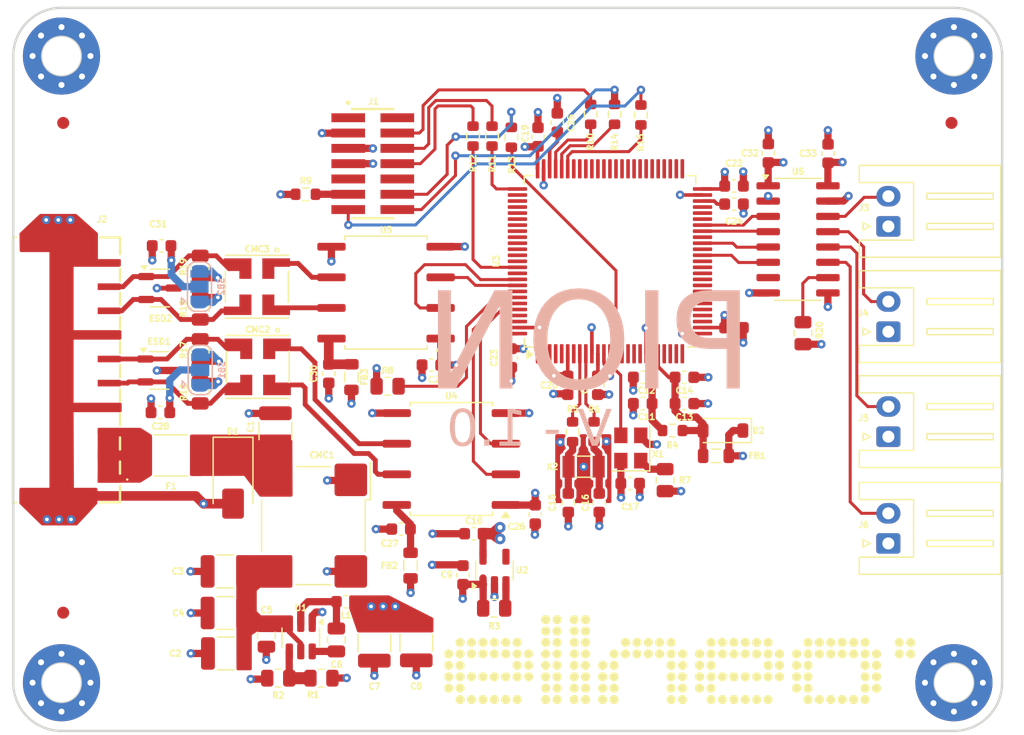
<source format=kicad_pcb>
(kicad_pcb (version 20240108) (generator "pcbnew") (generator_version "8.0")
  (layers (0 "F.Cu" signal) (1 "In1.Cu" power) (2 "In2.Cu" power) (31 "B.Cu" signal) (34 "B.Paste" user) (35 "F.Paste" user) (36 "B.SilkS" user "B.Silkscreen") (37 "F.SilkS" user "F.Silkscreen") (38 "B.Mask" user) (39 "F.Mask" user) (44 "Edge.Cuts" user))
  (net 0 "")
  (net 1 "Net-(U1-VBST)")
  (net 2 "Net-(U1-SW)")
  (net 3 "Net-(C15-Pad2)")
  (net 4 "Net-(C16-Pad2)")
  (net 5 "Net-(U5-VCC2)")
  (net 6 "Net-(U5-CANL)")
  (net 7 "Net-(U5-CANH)")
  (net 8 "Net-(J1-Pad12)")
  (net 9 "BOOT0")
  (net 10 "Net-(J1-Pad13)")
  (net 11 "Net-(J1-Pad04)")
  (net 12 "Net-(J1-Pad06)")
  (net 13 "Net-(J1-Pad08)")
  (net 17 "Net-(J1-Pad11)")
  (net 18 "Net-(J1-Pad14)")
  (net 20 "Net-(J5-Pin_2)")
  (net 21 "Net-(U1-VFB)")
  (net 22 "Net-(U6-EN)")
  (net 68 "GND")
  (net 69 "+12V_CAR")
  (net 70 "+12V")
  (net 73 "+5V")
  (net 76 "+3.3V")
  (net 77 "VREF")
  (net 78 "VDDA")
  (net 79 "Net-(C24-Pad2)")
  (net 80 "Net-(C25-Pad2)")
  (net 82 "Net-(SB1-C)")
  (net 83 "Net-(U4-VCC2)")
  (net 84 "Net-(SB2-C)")
  (net 85 "CAN_CRIT_L")
  (net 86 "CAN_CRIT_H")
  (net 87 "CAN_COMM_H")
  (net 88 "CAN_COMM_L")
  (net 90 "Net-(U2-EN)")
  (net 91 "LSE_OSC_IN")
  (net 92 "LSE_OSC_OUT")
  (net 93 "Net-(X1-EN)")
  (net 94 "Net-(SB1-A)")
  (net 95 "Net-(SB1-B)")
  (net 96 "Net-(SB2-A)")
  (net 97 "Net-(SB2-B)")
  (net 98 "CAN_COMM_RX")
  (net 99 "CAN_COMM_TX")
  (net 100 "CAN_CRIT_TX")
  (net 101 "HSE_IN")
  (net 102 "CAN_CRIT_RX")
  (net 106 "Net-(U4-CANH)")
  (net 107 "Net-(U4-CANL)")
  (net 109 "RGB_CH_1")
  (net 110 "RGB_CH_4")
  (net 111 "RGB_CH_2")
  (net 112 "RGB_CH_3")
  (net 114 "Net-(J3-Pin_2)")
  (net 115 "Net-(J4-Pin_2)")
  (net 116 "Net-(J6-Pin_2)")
  (net 117 "UART4_TX")
  (net 118 "UART4_RX")
  (net 119 "SWDIO")
  (net 120 "SWCLK")
  (net 121 "SWO")
  (net 122 "NRST")
  (net 134 "Net-(F1-Pad1)")
  (footprint "Capacitor_SMD:C_0603_1608Metric" (layer "F.Cu") (at 155.6512 99.4918)
    (property "Reference" "C13")
    (property "Value" "2.2uF")
  )
  (footprint "Capacitor_SMD:C_0805_2012Metric" (layer "F.Cu") (at 120.9892 118.7148 -90)
    (property "Reference" "C5")
    (property "Value" "100nF")
  )
  (footprint "Package_TO_SOT_SMD:SOT-23-5" (layer "F.Cu") (at 139.9032 113.3348 90)
    (property "Reference" "U2")
    (property "Value" "TLV75733PDBV")
  )
  (footprint "Resistor_SMD:R_0603_1608Metric" (layer "F.Cu") (at 124.24 82.12 180)
    (property "Reference" "R9")
    (property "Value" "100")
  )
  (footprint "Diode_SMD:D_SMA" (layer "F.Cu") (at 118.225 105.79 -90)
    (property "Reference" "D1")
    (property "Value" "SMAJ18A")
  )
  (footprint "MountingHole:MountingHole_3.2mm_M3_Pad_Via" (layer "F.Cu") (at 178 122.649999)
    (property "Reference" "H3" (hide yes))
    (property "Value" "MountingHole_Pad" (hide yes))
  )
  (footprint "Capacitor_SMD:C_0603_1608Metric" (layer "F.Cu") (at 134.6708 96.2914 180)
    (property "Reference" "C29")
    (property "Value" "100nF")
  )
  (footprint "Inductor_SMD:L_CommonModeChoke_Murata_DLW5BTMxxxSQ2x_5x5mm" (layer "F.Cu") (at 120.269 96.4438 -90)
    (property "Reference" "CMC2")
    (property "Value" "DLW43SH101XK2L")
  )
  (footprint "Package_SO:SOP-8_6.62x9.15mm_P2.54mm" (layer "F.Cu") (at 130.9116 90.2824 180)
    (property "Reference" "U5")
    (property "Value" "ISO1050DUB")
  )
  (footprint "Capacitor_SMD:C_1210_3225Metric" (layer "F.Cu") (at 117.5892 113.4148 180)
    (property "Reference" "C3")
    (property "Value" "10uF")
  )
  (footprint "Inductor_SMD:L_0805_2012Metric" (layer "F.Cu") (at 128.04 97.29 -90)
    (property "Reference" "FB3")
    (property "Value" "200R/100MHz 500mA")
  )
  (footprint "SMB10:SM10B-ULHK-1TA1-ETB_HF" (layer "F.Cu") (at 104.4 96.7 90)
    (property "Reference" "J2")
    (property "Value" "SM10B-ULHK-1TA1-ETB_HF_" (hide yes))
  )
  (footprint "Resistor_SMD:R_0603_1608Metric" (layer "F.Cu") (at 148.1582 101.8286 90)
    (property "Reference" "R6")
    (property "Value" "0")
  )
  (footprint "Resistor_SMD:R_0805_2012Metric" (layer "F.Cu") (at 131.04 98.05)
    (property "Reference" "R8")
    (property "Value" "10K")
  )
  (footprint "Capacitor_SMD:C_0603_1608Metric" (layer "F.Cu") (at 138.2014 110.2868)
    (property "Reference" "C10")
    (property "Value" "2.2uF")
  )
  (footprint "Package_TO_SOT_SMD:SOT-23-6" (layer "F.Cu") (at 123.8392 118.9148 -90)
    (property "Reference" "U1")
    (property "Value" "TPS562200")
  )
  (footprint "Resistor_SMD:R_0805_2012Metric" (layer "F.Cu") (at 115.5 88.1375 90)
    (property "Reference" "R19")
    (property "Value" "60.4")
  )
  (footprint "Capacitor_SMD:C_0603_1608Metric" (layer "F.Cu") (at 145.11 76.17 -90)
    (property "Reference" "C25")
    (property "Value" "2.2uF")
  )
  (footprint "Inductor_SMD:L_CommonModeChoke_Murata_DLW5BTMxxxSQ2x_5x5mm" (layer "F.Cu") (at 120.2 89.789 -90)
    (property "Reference" "CMC3")
    (property "Value" "DLW43SH101XK2L")
  )
  (footprint "Fiducial:Fiducial_1mm_Mask2mm" (layer "F.Cu") (at 177.8 76.2 90)
    (property "Reference" "FID2" (hide yes))
    (property "Value" "Fiducial")
  )
  (footprint "Resistor_SMD:R_0805_2012Metric" (layer "F.Cu") (at 154.051 105.8418 -90)
    (property "Reference" "R7")
    (property "Value" "10K")
  )
  (footprint "Capacitor_SMD:C_1210_3225Metric" (layer "F.Cu") (at 121.7392 101.7648 90)
    (property "Reference" "C1")
    (property "Value" "10uF")
  )
  (footprint "Resistor_SMD:R_0603_1608Metric" (layer "F.Cu") (at 154.6606 101.727 180)
    (property "Reference" "R4")
    (property "Value" "47")
  )
  (footprint "Connector_JST:JST_XH_S2B-XH-A_1x02_P2.50mm_Horizontal" (layer "F.Cu") (at 172.5676 102.235 90)
    (property "Reference" "J5")
    (property "Value" "Conn_01x02")
  )
  (footprint "Capacitor_SMD:C_1210_3225Metric" (layer "F.Cu") (at 133.42 119.32 -90)
    (property "Reference" "C8")
    (property "Value" "10uF")
  )
  (footprint "Resistor_SMD:R_0603_1608Metric" (layer "F.Cu") (at 147.8788 75.4888 -90)
    (property "Reference" "R10")
    (property "Value" "100")
  )
  (footprint "Oscillator:Oscillator_SMD_Abracon_ASE-4Pin_3.2x2.5mm" (layer "F.Cu") (at 151.2062 103.1748 90)
    (property "Reference" "X1")
    (property "Value" "ASE-16.00MHz")
  )
  (footprint "Capacitor_SMD:C_1210_3225Metric" (layer "F.Cu") (at 117.6182 120.2228 180)
    (property "Reference" "C2")
    (property "Value" "10uF")
  )
  (footprint "Resistor_SMD:R_0603_1608Metric" (layer "F.Cu") (at 138.1252 77.2922 -90)
    (property "Reference" "R12")
    (property "Value" "100")
  )
  (footprint "Inductor_SMD:L_0603_1608Metric" (layer "F.Cu") (at 127.5892 115.9273)
    (property "Reference" "L1")
    (property "Value" "4.7uH")
  )
  (footprint "Diode_SMD:D_SOD-123" (layer "F.Cu") (at 158.8516 101.727 180)
    (property "Reference" "D2")
    (property "Value" "1N5819W1")
  )
  (footprint "Inductor_SMD:L_0805_2012Metric" (layer "F.Cu") (at 132.9436 112.9284 -90)
    (property "Reference" "FB2")
    (property "Value" "200R/100MHz 500mA")
  )
  (footprint "Capacitor_SMD:C_0603_1608Metric" (layer "F.Cu") (at 141.3002 95.7072 90)
    (property "Reference" "C23")
    (property "Value" "100nF")
  )
  (footprint "Capacitor_SMD:C_0805_2012Metric" (layer "F.Cu") (at 126.7892 119.1023 90)
    (property "Reference" "C6")
    (property "Value" "100nF")
  )
  (footprint "MountingHole:MountingHole_3.2mm_M3_Pad_Via" (layer "F.Cu") (at 104 70.649999)
    (property "Reference" "H1" (hide yes))
    (property "Value" "MountingHole_Pad" (hide yes))
  )
  (footprint "Fiducial:Fiducial_1mm_Mask2mm" (layer "F.Cu") (at 104.14 116.84 90)
    (property "Reference" "FID2" (hide yes))
    (property "Value" "Fiducial")
  )
  (footprint "Resistor_SMD:R_0805_2012Metric" (layer "F.Cu") (at 115.5 91.6 -90)
    (property "Reference" "R18")
    (property "Value" "60.4")
  )
  (footprint "Resistor_SMD:R_0603_1608Metric" (layer "F.Cu") (at 149.86 75.4888 -90)
    (property "Reference" "R14")
    (property "Value" "0")
  )
  (footprint "Capacitor_SMD:C_0603_1608Metric" (layer "F.Cu") (at 137.2907 113.7098 -90)
    (property "Reference" "C9")
    (property "Value" "2.2uF")
  )
  (footprint "Capacitor_SMD:C_0603_1608Metric" (layer "F.Cu") (at 145.9738 97.9678 -90)
    (property "Reference" "C20")
    (property "Value" "100nF")
  )
  (footprint "Capacitor_SMD:C_0603_1608Metric" (layer "F.Cu") (at 162.6108 78.7146 90)
    (property "Reference" "C32")
    (property "Value" "100nF")
  )
  (footprint "Capacitor_SMD:C_0603_1608Metric" (layer "F.Cu") (at 148.463 97.9678 -90)
    (property "Reference" "C21")
    (property "Value" "100nF")
  )
  (footprint "Capacitor_SMD:C_1210_3225Metric" (layer "F.Cu") (at 117.5892 116.8648 180)
    (property "Reference" "C4")
    (property "Value" "10uF")
  )
  (footprint "Package_QFP:LQFP-100_14x14mm_P0.5mm" (layer "F.Cu") (at 149.479 87.6808 90)
    (property "Reference" "U3")
    (property "Value" "STM32H743VITx")
  )
  (footprint "Capacitor_SMD:C_0603_1608Metric" (layer "F.Cu") (at 152.1968 99.4918)
    (property "Reference" "C11")
    (property "Value" "2.2uF")
  )
  (footprint "Resistor_SMD:R_0603_1608Metric" (layer "F.Cu") (at 141.3002 77.3938 -90)
    (property "Reference" "R13")
    (property "Value" "100")
  )
  (footprint "Fiducial:Fiducial_1mm_Mask2mm" (layer "F.Cu") (at 104.14 76.2 90)
    (property "Reference" "FID2" (hide yes))
    (property "Value" "Fiducial")
  )
  (footprint "MountingHole:MountingHole_3.2mm_M3_Pad_Via" (layer "F.Cu") (at 104 122.649999)
    (property "Reference" "H4" (hide yes))
    (property "Value" "MountingHole_Pad" (hide yes))
  )
  (footprint "Capacitor_SMD:C_0603_1608Metric" (layer "F.Cu") (at 152.1968 97.3074 180)
    (property "Reference" "C12")
    (property "Value" "100nF")
  )
  (footprint "Capacitor_SMD:C_0603_1608Metric" (layer "F.Cu") (at 143.51 77.3684 90)
    (property "Reference" "C19")
    (property "Value" "100nF")
  )
  (footprint "Connector_JST:JST_XH_S2B-XH-A_1x02_P2.50mm_Horizontal" (layer "F.Cu") (at 172.5676 84.7852 90)
    (property "Reference" "J3")
    (property "Value" "Conn_01x02")
  )
  (footprint "Package_SO:SOIC-16_3.9x9.9mm_P1.27mm" (layer "F.Cu") (at 165.0746 85.8608)
    (property "Reference" "U6")
    (property "Value" "CA-IS3740HN")
  )
  (footprint "Capacitor_SMD:C_0603_1608Metric" (layer "F.Cu") (at 143.2814 108.6866 -90)
    (property "Reference" "C26")
    (property "Value" "100nF")
  )
  (footprint "Inductor_SMD:L_0805_2012Metric" (layer "F.Cu") (at 158.2674 103.8254 180)
    (property "Reference" "FB1")
    (property "Value" "200R/100MHz 500mA")
  )
  (footprint "Connector_JST:JST_XH_S2B-XH-A_1x02_P2.50mm_Horizontal" (layer "F.Cu") (at 172.5632 111.0942 90)
    (property "Reference" "J6")
    (property "Value" "Conn_01x02")
  )
  (footprint "Capacitor_SMD:C_0603_1608Metric" (layer "F.Cu") (at 167.5638 78.74 -90)
    (property "Reference" "C33")
    (property "Value" "100nF")
  )
  (footprint "Capacitor_SMD:C_0603_1608Metric" (layer "F.Cu") (at 126.1618 97.0026 -90)
    (property "Reference" "C30")
    (property "Value" "100nF")
  )
  (footprint "Capacitor_SMD:C_0603_1608Metric" (layer "F.Cu") (at 159.766 82.9366 180)
    (property "Reference" "C24")
    (property "Value" "2.2uF")
  )
  (footprint "Capacitor_SMD:C_0603_1608Metric" (layer "F.Cu") (at 151.1554 106.1212 180)
    (property "Reference" "C17")
    (property "Value" "2.2uF")
  )
  (footprint "Resistor_SMD:R_0805_2012Metric" (layer "F.Cu") (at 139.8778 116.4723)
    (property "Reference" "R3")
    (property "Value" "10K")
  )
  (footprint "Resistor_SMD:R_0603_1608Metric" (layer "F.Cu") (at 146.3802 101.8286 90)
    (property "Reference" "R5")
    (property "Value" "0")
  )
  (footprint "Capacitor_SMD:C_0603_1608Metric" (layer "F.Cu") (at 132.1562 109.9058 180)
    (property "Reference" "C27")
    (property "Value" "100nF")
  )
  (footprint "Package_SO:SOP-8_6.62x9.15mm_P2.54mm" (layer "F.Cu") (at 136.3218 104.0892 180)
    (property "Reference" "U4")
    (property "Value" "ISO1050DUB")
  )
  (footprint "Fuse:Fuse_1812_4532Metric" (layer "F.Cu") (at 113.0875 103.79)
    (property "Reference" "F1")
    (property "Value" "2.6A PPTC")
  )
  (footprint "Capacitor_SMD:C_0603_1608Metric" (layer "F.Cu") (at 146.0246 107.7214 90)
    (property "Reference" "C15")
    (property "Value" "22pF")
  )
  (footprint "Resistor_SMD:R_0805_2012Metric" (layer "F.Cu") (at 125.5522 122.2756 180)
    (property "Reference" "R1")
    (property "Value" "54.9K")
  )
  (footprint "Connector_JST:JST_XH_S2B-XH-A_1x02_P2.50mm_Horizontal" (layer "F.Cu") (at 172.5676 93.5228 90)
    (property "Reference" "J4")
    (property "Value" "Conn_01x02")
  )
  (footprint "Resistor_SMD:R_0603_1608Metric" (layer "F.Cu") (at 139.7 77.2922 -90)
    (property "Reference" "R11")
    (property "Value" "100")
  )
  (footprint "Resistor_SMD:R_0805_2012Metric" (layer "F.Cu") (at 115.5 98.5625 -90)
    (property "Reference" "R16")
    (property "Value" "60.4")
  )
  (footprint "Resistor_SMD:R_0805_2012Metric" (layer "F.Cu") (at 165.481 93.6498 -90)
    (property "Reference" "R20")
    (property "Value" "10K")
  )
  (footprint "FTSH:SAMTEC_FTSH-107-01-L-DV-K-A" (layer "F.Cu") (at 129.81 79.58 -90)
    (property "Reference" "J1")
    (property "Value" "FTSH-107-01-L-DV-K-A")
  )
  (footprint "Resistor_SMD:R_0805_2012Metric" (layer "F.Cu") (at 121.9708 122.2756 180)
    (property "Reference" "R2")
    (property "Value" "10K")
  )
  (footprint "Resistor_SMD:R_0805_2012Metric" (layer "F.Cu") (at 115.5 95.0625 90)
    (property "Reference" "R17")
    (property "Value" "60.4")
  )
  (footprint "MountingHole:MountingHole_3.2mm_M3_Pad_Via" (layer "F.Cu") (at 178 70.649999)
    (property "Reference" "H2" (hide yes))
    (property "Value" "MountingHole_Pad" (hide yes))
  )
  (footprint "Resistor_SMD:R_0603_1608Metric" (layer "F.Cu") (at 152.0444 75.5396 -90)
    (property "Reference" "R15")
    (property "Value" "0")
  )
  (footprint "Package_TO_SOT_SMD:SOT-23-3" (layer "F.Cu") (at 112.0875 96.74)
    (property "Reference" "ESD1")
    (property "Value" "CDSOT23-SM712")
  )
  (footprint "Crystal:Crystal_SMD_3215-2Pin_3.2x1.5mm" (layer "F.Cu") (at 147.2946 104.7242)
    (property "Reference" "X2")
    (property "Value" "32.768kHZ")
  )
  (footprint "Capacitor_SMD:C_0603_1608Metric" (layer "F.Cu") (at 112.3 86.4 180)
    (property "Reference" "C31")
    (property "Value" "100nF")
  )
  (footprint "Capacitor_SMD:C_0603_1608Metric" (layer "F.Cu") (at 159.766 93.1926)
    (property "Reference" "C18")
    (property "Value" "100nF")
  )
  (footprint "Inductor_SMD:L_CommonModeChoke_Wuerth_WE-SL5" (layer "F.Cu") (at 124.8892 109.6148 -90)
    (property "Reference" "CMC1")
    (property "Value" "PSMCAQ1050-801P")
  )
  (footprint "Capacitor_SMD:C_0603_1608Metric" (layer "F.Cu") (at 159.766 81.4324)
    (property "Reference" "C22")
    (property "Value" "100nF")
  )
  (footprint "Package_TO_SOT_SMD:SOT-23-3" (layer "F.Cu") (at 112.1625 89.9)
    (property "Reference" "ESD2")
    (property "Value" "CDSOT23-SM712")
  )
  (footprint "Capacitor_SMD:C_0603_1608Metric" (layer "F.Cu") (at 112.2 100.225 180)
    (property "Reference" "C28")
    (property "Value" "100nF")
  )
  (footprint "Capacitor_SMD:C_0603_1608Metric" (layer "F.Cu") (at 155.6512 97.3074 180)
    (property "Reference" "C14")
    (property "Value" "100nF")
  )
  (footprint "Capacitor_SMD:C_0603_1608Metric" (layer "F.Cu") (at 148.59 107.7214 90)
    (property "Reference" "C16")
    (property "Value" "22pF")
  )
  (footprint "Capacitor_SMD:C_1210_3225Metric" (layer "F.Cu") (at 129.9402 119.3454 -90)
    (property "Reference" "C7")
    (property "Value" "10uF")
  )
  (footprint "Jumper:SolderJumper-3_P1.3mm_Open_RoundedPad1.0x1.5mm" (layer "B.Cu") (at 115.443 89.789 90)
    (property "Reference" "SB2")
    (property "Value" "TERM")
  )
  (footprint "Jumper:SolderJumper-3_P1.3mm_Open_RoundedPad1.0x1.5mm" (layer "B.Cu") (at 115.5 96.7 90)
    (property "Reference" "SB1")
    (property "Value" "TERM")
  )
  (gr_poly (pts (xy 161.701989 119.890998) (xy 161.850936 119.919702) (xy 161.937366 120.023802) (xy 162.023795 120.127903) (xy 162.023795 120.394668) (xy 161.923093 120.502757) (xy 161.822394 120.610848) (xy 161.735541 120.610848) (xy 161.669766 120.63163) (xy 161.60399 120.652411) (xy 161.529905 120.625185) (xy 161.455823 120.597958) (xy 161.369393 120.522665) (xy 161.282964 120.447372) (xy 161.282964 120.074739) (xy 161.553043 119.862295)) (stroke (width -0.000001)) (fill solid) (layer "F.SilkS"))
  (gr_poly (pts (xy 145.218389 119.913959) (xy 145.366926 119.975486) (xy 145.422721 120.097944) (xy 145.478516 120.220402) (xy 145.478516 120.358413) (xy 145.367392 120.480647) (xy 145.256267 120.602882) (xy 145.15749 120.630488) (xy 145.058712 120.658093) (xy 144.93524 120.595991) (xy 144.811767 120.533892) (xy 144.747336 120.399517) (xy 144.682905 120.265143) (xy 144.747336 120.131117) (xy 144.811767 119.997092) (xy 144.940809 119.924763) (xy 145.069851 119.852433)) (stroke (width -0.000001)) (fill solid) (layer "F.SilkS"))
  (gr_poly (pts (xy 162.632085 119.889338) (xy 162.789324 119.919701) (xy 162.875754 120.023801) (xy 162.962184 120.127903) (xy 162.962184 120.355825) (xy 162.931503 120.435774) (xy 162.900823 120.515724) (xy 162.761094 120.587981) (xy 162.621363 120.660238) (xy 162.542374 120.653966) (xy 162.434481 120.610504) (xy 162.326585 120.567031) (xy 162.273967 120.468714) (xy 162.22135 120.370398) (xy 162.22135 120.112469) (xy 162.348097 119.985723) (xy 162.474843 119.858976)) (stroke (width -0.000001)) (fill solid) (layer "F.SilkS"))
  (gr_poly (pts (xy 166.271239 120.112473) (xy 166.271239 120.355829) (xy 166.240558 120.435778) (xy 166.209878 120.515727) (xy 166.070149 120.587984) (xy 165.93042 120.660241) (xy 165.890926 120.658743) (xy 165.851431 120.657245) (xy 165.752656 120.60321) (xy 165.653877 120.549182) (xy 165.592142 120.4718) (xy 165.530407 120.394418) (xy 165.530407 120.112473) (xy 165.772861 119.870018) (xy 166.028785 119.870018)) (stroke (width -0.000001)) (fill solid) (layer "F.SilkS"))
  (gr_poly (pts (xy 138.265816 121.904244) (xy 138.366517 122.012335) (xy 138.366517 122.294533) (xy 138.24529 122.415759) (xy 138.124062 122.536986) (xy 137.868138 122.536986) (xy 137.746912 122.415759) (xy 137.625685 122.294533) (xy 137.625685 121.993709) (xy 137.724462 121.894931) (xy 137.82324 121.796154) (xy 138.165114 121.796154)) (stroke (width -0.000001)) (fill solid) (layer "F.SilkS"))
  (gr_poly (pts (xy 137.320742 121.910461) (xy 137.428129 122.024769) (xy 137.428129 122.294532) (xy 137.306902 122.415758) (xy 137.185675 122.536985) (xy 136.947561 122.536985) (xy 136.817428 122.434624) (xy 136.687296 122.332261) (xy 136.687296 121.993709) (xy 136.786073 121.894931) (xy 136.884851 121.796154) (xy 137.213355 121.796154)) (stroke (width -0.000001)) (fill solid) (layer "F.SilkS"))
  (gr_poly (pts (xy 166.023494 120.864894) (xy 166.174551 120.917552) (xy 166.222898 121.007888) (xy 166.271245 121.098224) (xy 166.271245 121.356153) (xy 166.028792 121.598607) (xy 165.772867 121.598607) (xy 165.651636 121.47738) (xy 165.530409 121.356152) (xy 165.530409 121.098223) (xy 165.5828 121.000328) (xy 165.635193 120.902433) (xy 165.753816 120.857334) (xy 165.872437 120.812234)) (stroke (width -0.000001)) (fill solid) (layer "F.SilkS"))
  (gr_poly (pts (xy 160.931611 123.759359) (xy 161.035712 123.845789) (xy 161.064416 123.994737) (xy 161.093119 124.143683) (xy 160.986897 124.278722) (xy 160.880673 124.413762) (xy 160.553063 124.413762) (xy 160.451793 124.327331) (xy 160.350516 124.240901) (xy 160.341849 124.142123) (xy 160.333198 124.043346) (xy 160.338882 123.958839) (xy 160.344567 123.874332) (xy 160.452656 123.773631) (xy 160.560747 123.672929) (xy 160.827511 123.672929)) (stroke (width -0.000001)) (fill solid) (layer "F.SilkS"))
  (gr_poly (pts (xy 144.400804 120.019442) (xy 144.550213 120.168851) (xy 144.517362 120.303428) (xy 144.484511 120.438004) (xy 144.401194 120.519273) (xy 144.317879 120.600543) (xy 144.219101 120.626807) (xy 144.120323 120.653072) (xy 144.014482 120.61082) (xy 143.908642 120.568568) (xy 143.829275 120.455255) (xy 143.749906 120.341942) (xy 143.749906 120.158767) (xy 143.894274 120.014399) (xy 144.038642 119.870031) (xy 144.251393 119.870031)) (stroke (width -0.000001)) (fill solid) (layer "F.SilkS"))
  (gr_poly (pts (xy 144.39637 122.826962) (xy 144.510496 122.919375) (xy 144.510496 123.29055) (xy 144.39637 123.382966) (xy 144.282242 123.47538) (xy 144.007795 123.47538) (xy 143.893667 123.382966) (xy 143.779541 123.29055) (xy 143.779541 122.919375) (xy 143.893667 122.826962) (xy 144.007795 122.734546) (xy 144.282242 122.734546)) (stroke (width -0.000001)) (fill solid) (layer "F.SilkS"))
  (gr_poly (pts (xy 154.911795 123.877653) (xy 154.911795 124.216207) (xy 154.813018 124.314984) (xy 154.714239 124.413762) (xy 154.375687 124.413762) (xy 154.273325 124.283629) (xy 154.170963 124.153496) (xy 154.170963 123.915383) (xy 154.29219 123.794155) (xy 154.413417 123.672928) (xy 154.651529 123.672928)) (stroke (width -0.000001)) (fill solid) (layer "F.SilkS"))
  (gr_poly (pts (xy 168.968409 119.985708) (xy 169.102866 120.101363) (xy 169.102866 120.418818) (xy 169.008203 120.50969) (xy 168.91354 120.600563) (xy 168.814763 120.629337) (xy 168.715984 120.658113) (xy 168.594009 120.596742) (xy 168.472031 120.535373) (xy 168.400001 120.407045) (xy 168.327972 120.278718) (xy 168.389499 120.130181) (xy 168.451025 119.981642) (xy 168.573482 119.925847) (xy 168.69594 119.870051) (xy 168.833951 119.870051)) (stroke (width -0.000001)) (fill solid) (layer "F.SilkS"))
  (gr_poly (pts (xy 171.843579 121.910455) (xy 171.950967 122.024764) (xy 171.950967 122.294527) (xy 171.829741 122.415753) (xy 171.708514 122.53698) (xy 171.470401 122.53698) (xy 171.340264 122.434618) (xy 171.210131 122.332256) (xy 171.210131 121.993704) (xy 171.30891 121.894925) (xy 171.407688 121.796148) (xy 171.736191 121.796148)) (stroke (width -0.000001)) (fill solid) (layer "F.SilkS"))
  (gr_poly (pts (xy 165.099271 120.864644) (xy 165.209383 120.923296) (xy 165.269548 121.00166) (xy 165.329715 121.080023) (xy 165.331283 121.210372) (xy 165.332851 121.340719) (xy 165.246421 121.44482) (xy 165.159991 121.54892) (xy 165.011045 121.577624) (xy 164.862098 121.606326) (xy 164.72706 121.500104) (xy 164.592021 121.393882) (xy 164.592021 121.077307) (xy 164.664952 120.973184) (xy 164.737883 120.86906) (xy 164.863521 120.837526) (xy 164.989159 120.805994)) (stroke (width -0.000001)) (fill solid) (layer "F.SilkS"))
  (gr_poly (pts (xy 171.012577 122.056414) (xy 171.012577 122.294527) (xy 170.89135 122.415753) (xy 170.770123 122.53698) (xy 170.53201 122.53698) (xy 170.401876 122.434618) (xy 170.271743 122.332256) (xy 170.271743 121.993704) (xy 170.370522 121.894925) (xy 170.469299 121.796148) (xy 170.807853 121.796148)) (stroke (width -0.000001)) (fill solid) (layer "F.SilkS"))
  (gr_poly (pts (xy 166.150014 119.052923) (xy 166.271241 119.174149) (xy 166.271241 119.456347) (xy 166.170539 119.564438) (xy 166.069839 119.672528) (xy 165.727966 119.672528) (xy 165.629188 119.573751) (xy 165.530411 119.474972) (xy 165.530411 119.13642) (xy 165.660544 119.034058) (xy 165.790675 118.931695) (xy 166.028787 118.931695)) (stroke (width -0.000001)) (fill solid) (layer "F.SilkS"))
  (gr_poly (pts (xy 157.949348 120.837526) (xy 158.074986 120.86906) (xy 158.147917 120.973183) (xy 158.220848 121.077307) (xy 158.220848 121.393882) (xy 158.090715 121.496244) (xy 157.960583 121.598607) (xy 157.880814 121.595471) (xy 157.801042 121.592335) (xy 157.69315 121.548873) (xy 157.585255 121.5054) (xy 157.532638 121.407084) (xy 157.48002 121.308766) (xy 157.481588 121.194395) (xy 157.483156 121.080023) (xy 157.603486 120.923296) (xy 157.713598 120.864644) (xy 157.82371 120.805994)) (stroke (width -0.000001)) (fill solid) (layer "F.SilkS"))
  (gr_poly (pts (xy 147.712217 121.882584) (xy 147.788114 121.969014) (xy 147.821194 122.077671) (xy 147.854275 122.186327) (xy 147.779475 122.330977) (xy 147.704672 122.475628) (xy 147.624723 122.506306) (xy 147.544775 122.536985) (xy 147.330603 122.529173) (xy 147.267827 122.50393) (xy 147.205051 122.478673) (xy 147.053874 122.186327) (xy 147.120035 121.969014) (xy 147.195932 121.882584) (xy 147.271829 121.796154) (xy 147.63632 121.796154)) (stroke (width -0.000001)) (fill solid) (layer "F.SilkS"))
  (gr_poly (pts (xy 151.975406 119.052924) (xy 152.096634 119.17415) (xy 152.096634 119.412263) (xy 151.994271 119.542396) (xy 151.891909 119.672529) (xy 151.553354 119.672529) (xy 151.454577 119.573752) (xy 151.355799 119.474974) (xy 151.355799 119.136421) (xy 151.485932 119.034059) (xy 151.616065 118.931697) (xy 151.854178 118.931697)) (stroke (width -0.000001)) (fill solid) (layer "F.SilkS"))
  (gr_poly (pts (xy 155.720055 119.972426) (xy 155.850188 120.074788) (xy 155.850188 120.44742) (xy 155.677328 120.599214) (xy 155.578549 120.626158) (xy 155.479772 120.653104) (xy 155.371522 120.609963) (xy 155.263278 120.566821) (xy 155.181949 120.4427) (xy 155.100621 120.318578) (xy 155.133794 120.167545) (xy 155.166966 120.016513) (xy 155.308568 119.943289) (xy 155.45017 119.870063) (xy 155.589922 119.870063)) (stroke (width -0.000001)) (fill solid) (layer "F.SilkS"))
  (gr_poly (pts (xy 171.629153 119.891061) (xy 171.778099 119.919766) (xy 171.864531 120.023865) (xy 171.950963 120.127967) (xy 171.950963 120.413357) (xy 171.852184 120.512134) (xy 171.753409 120.610912) (xy 171.662709 120.610912) (xy 171.596934 120.632518) (xy 171.53116 120.654124) (xy 171.423259 120.610609) (xy 171.315362 120.567094) (xy 171.262744 120.468778) (xy 171.210127 120.370462) (xy 171.210127 120.074803) (xy 171.345167 119.968581) (xy 171.480206 119.862358)) (stroke (width -0.000001)) (fill solid) (layer "F.SilkS"))
  (gr_poly (pts (xy 141.063689 119.985657) (xy 141.198147 120.101312) (xy 141.198147 120.418767) (xy 141.103484 120.509639) (xy 141.008822 120.600512) (xy 140.910045 120.629286) (xy 140.811267 120.658062) (xy 140.689288 120.596691) (xy 140.567309 120.535322) (xy 140.49528 120.406994) (xy 140.423253 120.278667) (xy 140.484779 120.13013) (xy 140.546304 119.981591) (xy 140.668762 119.925796) (xy 140.79122 119.87) (xy 140.92923 119.87)) (stroke (width -0.000001)) (fill solid) (layer "F.SilkS"))
  (gr_poly (pts (xy 137.306905 119.05292) (xy 137.428133 119.174146) (xy 137.428133 119.412259) (xy 137.325769 119.542392) (xy 137.223406 119.672525) (xy 136.884854 119.672525) (xy 136.786076 119.573748) (xy 136.687299 119.47497) (xy 136.687299 119.136417) (xy 136.817432 119.034055) (xy 136.947565 118.931692) (xy 137.185678 118.931692)) (stroke (width -0.000001)) (fill solid) (layer "F.SilkS"))
  (gr_poly (pts (xy 141.083309 121.870602) (xy 141.1728 121.95159) (xy 141.203132 122.072441) (xy 141.233463 122.193292) (xy 141.174811 122.303404) (xy 141.116159 122.413515) (xy 141.037796 122.47368) (xy 140.959433 122.533845) (xy 140.823614 122.535413) (xy 140.687795 122.536981) (xy 140.590274 122.439465) (xy 140.492751 122.341944) (xy 140.460368 122.212916) (xy 140.427984 122.083887) (xy 140.525755 121.952367) (xy 140.623524 121.820848) (xy 140.808671 121.80523) (xy 140.993818 121.789613)) (stroke (width -0.000001)) (fill solid) (layer "F.SilkS"))
  (gr_poly (pts (xy 169.920395 123.759366) (xy 170.024495 123.845796) (xy 170.053198 123.994744) (xy 170.081902 124.14369) (xy 169.975678 124.278729) (xy 169.869456 124.413769) (xy 169.496825 124.413769) (xy 169.420927 124.327338) (xy 169.345031 124.240908) (xy 169.311949 124.132251) (xy 169.278868 124.023595) (xy 169.35367 123.878945) (xy 169.428472 123.734295) (xy 169.508421 123.703615) (xy 169.588371 123.672936) (xy 169.816294 123.672936)) (stroke (width -0.000001)) (fill solid) (layer "F.SilkS"))
  (gr_poly (pts (xy 168.733806 123.674503) (xy 168.864155 123.676071) (xy 168.942516 123.736236) (xy 169.020879 123.796402) (xy 169.138184 124.016625) (xy 169.106651 124.142263) (xy 169.075118 124.267901) (xy 168.970994 124.340832) (xy 168.86687 124.413763) (xy 168.550298 124.413763) (xy 168.444074 124.278729) (xy 168.337852 124.143689) (xy 168.366554 123.994743) (xy 168.395257 123.845796) (xy 168.499357 123.759365) (xy 168.603458 123.672935)) (stroke (width -0.000001)) (fill solid) (layer "F.SilkS"))
  (gr_poly (pts (xy 171.01257 122.994809) (xy 171.01257 123.232922) (xy 170.891344 123.35415) (xy 170.770117 123.475377) (xy 170.469293 123.475377) (xy 170.370516 123.376599) (xy 170.271736 123.277821) (xy 170.271736 122.9321) (xy 170.370516 122.833322) (xy 170.469293 122.734544) (xy 170.807847 122.734544)) (stroke (width -0.000001)) (fill solid) (layer "F.SilkS"))
  (gr_poly (pts (xy 144.40316 121.882584) (xy 144.479057 121.969015) (xy 144.512138 122.077671) (xy 144.545219 122.186328) (xy 144.470416 122.330978) (xy 144.395616 122.475628) (xy 144.315666 122.506307) (xy 144.235716 122.536986) (xy 144.128631 122.53308) (xy 144.021545 122.529174) (xy 143.958771 122.50393) (xy 143.895995 122.478673) (xy 143.820406 122.332501) (xy 143.744817 122.186328) (xy 143.777898 122.077671) (xy 143.810979 121.969015) (xy 143.886875 121.882584) (xy 143.962772 121.796154) (xy 144.327264 121.796154)) (stroke (width -0.000001)) (fill solid) (layer "F.SilkS"))
  (gr_poly (pts (xy 167.082883 119.985793) (xy 167.209629 120.112539) (xy 167.209629 120.402419) (xy 167.1232 120.504563) (xy 167.03677 120.606706) (xy 166.913298 120.633199) (xy 166.789826 120.659691) (xy 166.691045 120.60447) (xy 166.592267 120.549248) (xy 166.530532 120.471866) (xy 166.468795 120.394484) (xy 166.468795 120.127973) (xy 166.555225 120.023872) (xy 166.641657 119.919772) (xy 166.798896 119.889408) (xy 166.956136 119.859047)) (stroke (width -0.000001)) (fill solid) (layer "F.SilkS"))
  (gr_poly (pts (xy 146.718853 121.848545) (xy 146.816748 121.900937) (xy 146.862551 122.021407) (xy 146.908354 122.141875) (xy 146.858246 122.27367) (xy 146.808138 122.405465) (xy 146.723648 122.469655) (xy 146.639159 122.533845) (xy 146.508812 122.535413) (xy 146.378463 122.536981) (xy 146.27436 122.450555) (xy 146.170261 122.364125) (xy 146.141558 122.215179) (xy 146.112854 122.066233) (xy 146.219076 121.931193) (xy 146.3253 121.796154) (xy 146.620958 121.796154)) (stroke (width -0.000001)) (fill solid) (layer "F.SilkS"))
  (gr_poly (pts (xy 158.220848 123.901545) (xy 158.220848 124.216207) (xy 158.122071 124.314984) (xy 158.023292 124.413762) (xy 157.68474 124.413762) (xy 157.58238 124.283629) (xy 157.480018 124.153496) (xy 157.480018 123.915383) (xy 157.601245 123.794155) (xy 157.722472 123.672928) (xy 158.006076 123.672928)) (stroke (width -0.000001)) (fill solid) (layer "F.SilkS"))
  (gr_poly (pts (xy 142.015674 123.759358) (xy 142.119775 123.845789) (xy 142.148478 123.994736) (xy 142.177182 124.143682) (xy 142.070959 124.278722) (xy 141.964736 124.413762) (xy 141.807807 124.412264) (xy 141.650879 124.410766) (xy 141.561711 124.358885) (xy 141.472542 124.30701) (xy 141.427816 124.189373) (xy 141.38309 124.071735) (xy 141.435748 123.920677) (xy 141.488408 123.76962) (xy 141.578743 123.721274) (xy 141.669079 123.672928) (xy 141.911574 123.672928)) (stroke (width -0.000001)) (fill solid) (layer "F.SilkS"))
  (gr_poly (pts (xy 147.705429 118.085733) (xy 147.819556 118.178148) (xy 147.819556 118.549323) (xy 147.705429 118.641737) (xy 147.591301 118.734153) (xy 147.316851 118.734153) (xy 147.202726 118.641737) (xy 147.088599 118.549323) (xy 147.088599 118.178148) (xy 147.202726 118.085733) (xy 147.316854 117.993319) (xy 147.591301 117.993319)) (stroke (width -0.000001)) (fill solid) (layer "F.SilkS"))
  (gr_poly (pts (xy 138.366517 123.915376) (xy 138.366517 124.198981) (xy 138.25221 124.306368) (xy 138.137901 124.413755) (xy 137.840458 124.413755) (xy 137.733072 124.299446) (xy 137.625685 124.185139) (xy 137.625685 123.877646) (xy 137.755818 123.775283) (xy 137.88595 123.672921) (xy 138.124062 123.672921)) (stroke (width -0.000001)) (fill solid) (layer "F.SilkS"))
  (gr_poly (pts (xy 149.133296 121.894931) (xy 149.232074 121.993709) (xy 149.232074 122.332261) (xy 149.101941 122.434624) (xy 148.971809 122.536986) (xy 148.733695 122.536986) (xy 148.612468 122.415758) (xy 148.49124 122.294532) (xy 148.49124 122.056419) (xy 148.593603 121.926286) (xy 148.695966 121.796154) (xy 149.034518 121.796154)) (stroke (width -0.000001)) (fill solid) (layer "F.SilkS"))
  (gr_poly (pts (xy 150.052468 119.985657) (xy 150.186926 120.101312) (xy 150.186926 120.418767) (xy 150.092264 120.509639) (xy 149.997601 120.600512) (xy 149.898824 120.629286) (xy 149.800045 120.658062) (xy 149.678066 120.596691) (xy 149.556087 120.535322) (xy 149.484058 120.406994) (xy 149.41203 120.278667) (xy 149.473558 120.13013) (xy 149.535083 119.981591) (xy 149.657542 119.925796) (xy 149.78 119.87) (xy 149.91801 119.87)) (stroke (width -0.000001)) (fill solid) (layer "F.SilkS"))
  (gr_poly (pts (xy 155.542752 120.831884) (xy 155.677328 120.865468) (xy 155.763758 120.943359) (xy 155.850188 121.021248) (xy 155.850188 121.393881) (xy 155.720055 121.496244) (xy 155.589922 121.598606) (xy 155.510151 121.597108) (xy 155.430382 121.59561) (xy 155.331601 121.538952) (xy 155.232823 121.482304) (xy 155.172656 121.404635) (xy 155.112492 121.326967) (xy 155.110924 121.212042) (xy 155.109356 121.097118) (xy 155.408176 120.798299)) (stroke (width -0.000001)) (fill solid) (layer "F.SilkS"))
  (gr_poly (pts (xy 146.761572 119.054035) (xy 146.876506 119.176378) (xy 146.871914 119.337637) (xy 146.867336 119.498895) (xy 146.652912 119.672525) (xy 146.325299 119.672525) (xy 146.219078 119.537485) (xy 146.112856 119.402446) (xy 146.141561 119.2535) (xy 146.170263 119.104554) (xy 146.274363 119.018123) (xy 146.378464 118.931693) (xy 146.646636 118.931693)) (stroke (width -0.000001)) (fill solid) (layer "F.SilkS"))
  (gr_poly (pts (xy 140.852352 118.933261) (xy 140.959438 118.934829) (xy 141.037801 118.994994) (xy 141.116164 119.055159) (xy 141.176357 119.168149) (xy 141.236548 119.28114) (xy 141.203276 119.390399) (xy 141.170004 119.499659) (xy 141.094108 119.586089) (xy 141.018211 119.672519) (xy 140.645579 119.672519) (xy 140.543216 119.542392) (xy 140.440854 119.412259) (xy 140.440854 119.272509) (xy 140.513111 119.13278) (xy 140.585368 118.993051) (xy 140.665318 118.962372) (xy 140.745266 118.931693)) (stroke (width -0.000001)) (fill solid) (layer "F.SilkS"))
  (gr_poly (pts (xy 140.218601 120.052737) (xy 140.233309 120.247911) (xy 140.248018 120.443085) (xy 140.159226 120.523112) (xy 140.070435 120.603139) (xy 139.935859 120.636723) (xy 139.801282 120.670308) (xy 139.646093 120.51512) (xy 139.490906 120.359932) (xy 139.522044 120.201397) (xy 139.553181 120.042863) (xy 139.638946 119.978981) (xy 139.724712 119.9151) (xy 139.840136 119.886117) (xy 139.955561 119.857135)) (stroke (width -0.000001)) (fill solid) (layer "F.SilkS"))
  (gr_poly (pts (xy 174.609916 119.955016) (xy 174.741435 120.052817) (xy 174.756146 120.247991) (xy 174.770856 120.443165) (xy 174.682065 120.523192) (xy 174.593275 120.603219) (xy 174.324119 120.670388) (xy 174.16893 120.515201) (xy 174.013741 120.360012) (xy 174.044879 120.201477) (xy 174.076017 120.042943) (xy 174.161782 119.979061) (xy 174.247548 119.91518) (xy 174.362972 119.886197) (xy 174.478397 119.857215)) (stroke (width -0.000001)) (fill solid) (layer "F.SilkS"))
  (gr_poly (pts (xy 170.896921 120.975768) (xy 171.012577 121.110226) (xy 171.012577 121.294194) (xy 170.981896 121.374144) (xy 170.951216 121.454094) (xy 170.811487 121.526351) (xy 170.671756 121.598607) (xy 170.532004 121.598607) (xy 170.401876 121.496245) (xy 170.271743 121.393882) (xy 170.271743 121.021249) (xy 170.371159 120.931281) (xy 170.470575 120.841311) (xy 170.781264 120.841311)) (stroke (width -0.000001)) (fill solid) (layer "F.SilkS"))
  (gr_poly (pts (xy 151.758955 119.886112) (xy 151.87438 119.915095) (xy 151.960145 119.978975) (xy 152.04591 120.042858) (xy 152.075832 120.195313) (xy 152.105754 120.347769) (xy 151.990066 120.475308) (xy 151.87438 120.602846) (xy 151.775601 120.627941) (xy 151.676824 120.653037) (xy 151.57633 120.612763) (xy 151.475838 120.572491) (xy 151.412629 120.496329) (xy 151.34942 120.420168) (xy 151.364955 120.236419) (xy 151.38049 120.05267) (xy 151.64353 119.857129)) (stroke (width -0.000001)) (fill solid) (layer "F.SilkS"))
  (gr_poly (pts (xy 141.909333 119.913959) (xy 142.057871 119.975486) (xy 142.113667 120.097944) (xy 142.169462 120.220402) (xy 142.169462 120.358413) (xy 142.058337 120.480647) (xy 141.947212 120.602882) (xy 141.848435 120.630488) (xy 141.749657 120.658093) (xy 141.626185 120.595991) (xy 141.502712 120.533892) (xy 141.438281 120.399517) (xy 141.37385 120.265143) (xy 141.438281 120.131117) (xy 141.502712 119.997092) (xy 141.631754 119.924763) (xy 141.760796 119.852433)) (stroke (width -0.000001)) (fill solid) (layer "F.SilkS"))
  (gr_poly (pts (xy 139.174774 123.775283) (xy 139.304906 123.877646) (xy 139.304906 124.2162) (xy 139.206129 124.314977) (xy 139.107351 124.413755) (xy 138.768797 124.413755) (xy 138.666435 124.283622) (xy 138.564073 124.153489) (xy 138.564073 123.915376) (xy 138.6853 123.794149) (xy 138.806527 123.672921) (xy 139.044641 123.672921)) (stroke (width -0.000001)) (fill solid) (layer "F.SilkS"))
  (gr_poly (pts (xy 144.267594 118.951748) (xy 144.390168 118.982513) (xy 144.545221 119.282351) (xy 144.512141 119.391008) (xy 144.47906 119.499664) (xy 144.403164 119.586095) (xy 144.327266 119.672525) (xy 143.962775 119.672525) (xy 143.886878 119.586095) (xy 143.810981 119.499664) (xy 143.777901 119.391008) (xy 143.74482 119.282351) (xy 143.899873 118.982513) (xy 144.022447 118.951748) (xy 144.14502 118.920984)) (stroke (width -0.000001)) (fill solid) (layer "F.SilkS"))
  (gr_poly (pts (xy 140.113166 119.034055) (xy 140.243299 119.136418) (xy 140.243299 119.47497) (xy 140.045743 119.672525) (xy 139.70719 119.672525) (xy 139.604827 119.542392) (xy 139.502465 119.412259) (xy 139.502465 119.174146) (xy 139.623692 119.05292) (xy 139.74492 118.931693) (xy 139.983033 118.931693)) (stroke (width -0.000001)) (fill solid) (layer "F.SilkS"))
  (gr_poly (pts (xy 145.357296 118.114546) (xy 145.478522 118.235773) (xy 145.478522 118.491698) (xy 145.357296 118.612925) (xy 145.236068 118.734152) (xy 145.098002 118.730246) (xy 144.959939 118.72634) (xy 144.897161 118.701096) (xy 144.834387 118.675838) (xy 144.762367 118.536566) (xy 144.690347 118.397296) (xy 144.743907 118.243653) (xy 144.797467 118.090011) (xy 144.887804 118.041665) (xy 144.978139 117.993319) (xy 145.236068 117.993319)) (stroke (width -0.000001)) (fill solid) (layer "F.SilkS"))
  (gr_poly (pts (xy 159.029112 119.034059) (xy 159.159245 119.136422) (xy 159.159245 119.474974) (xy 159.060468 119.573752) (xy 158.961688 119.672529) (xy 158.623134 119.672529) (xy 158.520775 119.542396) (xy 158.418413 119.412263) (xy 158.418413 119.17415) (xy 158.53964 119.052924) (xy 158.660867 118.931697) (xy 158.898979 118.931697)) (stroke (width -0.000001)) (fill solid) (layer "F.SilkS"))
  (gr_poly (pts (xy 150.077508 120.940423) (xy 150.17662 121.039536) (xy 150.181296 121.20383) (xy 150.185973 121.368125) (xy 150.051996 121.483366) (xy 149.91802 121.598608) (xy 149.834344 121.595262) (xy 149.750668 121.591917) (xy 149.645167 121.540842) (xy 149.539675 121.489764) (xy 149.484652 121.369) (xy 149.429629 121.248237) (xy 149.429629 121.110226) (xy 149.545285 120.975769) (xy 149.66094 120.841312) (xy 149.978395 120.841312)) (stroke (width -0.000001)) (fill solid) (layer "F.SilkS"))
  (gr_poly (pts (xy 146.743413 119.985657) (xy 146.87787 120.101312) (xy 146.87787 120.418767) (xy 146.783209 120.509639) (xy 146.688547 120.600512) (xy 146.589768 120.629286) (xy 146.490991 120.658062) (xy 146.36901 120.596691) (xy 146.247032 120.535322) (xy 146.175003 120.406994) (xy 146.102975 120.278667) (xy 146.164501 120.13013) (xy 146.226028 119.981591) (xy 146.348487 119.925796) (xy 146.470945 119.87) (xy 146.608955 119.87)) (stroke (width -0.000001)) (fill solid) (layer "F.SilkS"))
  (gr_poly (pts (xy 150.063241 121.882584) (xy 150.164518 121.969014) (xy 150.17751 122.067791) (xy 150.190501 122.166569) (xy 150.15697 122.293922) (xy 150.123439 122.421274) (xy 149.996459 122.479131) (xy 149.869479 122.536986) (xy 149.687514 122.536986) (xy 149.583417 122.450555) (xy 149.479315 122.364125) (xy 149.450613 122.215179) (xy 149.421908 122.066233) (xy 149.528132 121.931193) (xy 149.634354 121.796154) (xy 149.961963 121.796154)) (stroke (width -0.000001)) (fill solid) (layer "F.SilkS"))
  (gr_poly (pts (xy 168.017887 119.034058) (xy 168.14802 119.13642) (xy 168.14802 119.474972) (xy 168.049241 119.573751) (xy 167.950463 119.672528) (xy 167.611909 119.672528) (xy 167.50955 119.542395) (xy 167.407188 119.412262) (xy 167.407188 119.174149) (xy 167.528415 119.052923) (xy 167.649642 118.931695) (xy 167.887754 118.931695)) (stroke (width -0.000001)) (fill solid) (layer "F.SilkS"))
  (gr_poly (pts (xy 168.733813 118.93327) (xy 168.864161 118.934838) (xy 168.948649 118.999028) (xy 169.033137 119.063218) (xy 169.083247 119.195013) (xy 169.133354 119.326808) (xy 169.087551 119.447276) (xy 169.041748 119.567746) (xy 168.943853 119.620137) (xy 168.845958 119.672529) (xy 168.5503 119.672529) (xy 168.44408 119.537495) (xy 168.337858 119.402455) (xy 168.366561 119.253509) (xy 168.395263 119.104563) (xy 168.603464 118.931702)) (stroke (width -0.000001)) (fill solid) (layer "F.SilkS"))
  (gr_poly (pts (xy 138.245293 119.05292) (xy 138.36652 119.174146) (xy 138.36652 119.456344) (xy 138.26582 119.564435) (xy 138.165118 119.672525) (xy 137.823243 119.672525) (xy 137.724465 119.573748) (xy 137.625688 119.47497) (xy 137.625688 119.174146) (xy 137.746915 119.05292) (xy 137.868141 118.931693) (xy 138.124065 118.931693)) (stroke (width -0.000001)) (fill solid) (layer "F.SilkS"))
  (gr_poly (pts (xy 151.008818 119.029223) (xy 151.10634 119.126745) (xy 151.138723 119.255773) (xy 151.171106 119.384801) (xy 151.073305 119.51632) (xy 150.975504 119.64784) (xy 150.780331 119.662549) (xy 150.585158 119.677257) (xy 150.507127 119.588461) (xy 150.429094 119.499668) (xy 150.395821 119.390408) (xy 150.362548 119.281149) (xy 150.42274 119.168158) (xy 150.482932 119.055168) (xy 150.561295 118.995003) (xy 150.639658 118.934838) (xy 150.775477 118.93327) (xy 150.911296 118.931702)) (stroke (width -0.000001)) (fill solid) (layer "F.SilkS"))
  (gr_poly (pts (xy 163.629662 120.837674) (xy 163.754712 120.86906) (xy 163.827643 120.973184) (xy 163.900574 121.077307) (xy 163.900574 121.356153) (xy 163.779347 121.47738) (xy 163.658121 121.598607) (xy 163.569444 121.597907) (xy 163.480769 121.597207) (xy 163.358117 121.535092) (xy 163.235465 121.473035) (xy 163.190508 121.345201) (xy 163.145551 121.217368) (xy 163.178054 121.087858) (xy 163.210559 120.958348) (xy 163.357585 120.882318) (xy 163.504611 120.806288)) (stroke (width -0.000001)) (fill solid) (layer "F.SilkS"))
  (gr_poly (pts (xy 159.051147 123.77363) (xy 159.159236 123.874332) (xy 159.159236 124.216207) (xy 159.060459 124.314984) (xy 158.96168 124.413762) (xy 158.623126 124.413762) (xy 158.520768 124.283629) (xy 158.418407 124.153496) (xy 158.418407 123.915383) (xy 158.66086 123.672928) (xy 158.943056 123.672928)) (stroke (width -0.000001)) (fill solid) (layer "F.SilkS"))
  (gr_poly (pts (xy 158.122073 121.894931) (xy 158.22085 121.993709) (xy 158.22085 122.332261) (xy 158.090717 122.434624) (xy 157.960585 122.536986) (xy 157.722472 122.536986) (xy 157.601245 122.415758) (xy 157.480018 122.294532) (xy 157.480018 122.056419) (xy 157.58238 121.926286) (xy 157.684742 121.796154) (xy 158.023294 121.796154)) (stroke (width -0.000001)) (fill solid) (layer "F.SilkS"))
  (gr_poly (pts (xy 170.891348 119.052928) (xy 171.012575 119.174154) (xy 171.012575 119.412268) (xy 170.807851 119.672533) (xy 170.469297 119.672533) (xy 170.370522 119.573756) (xy 170.271743 119.474978) (xy 170.271743 119.136426) (xy 170.401876 119.034063) (xy 170.532008 118.931701) (xy 170.770121 118.931701)) (stroke (width -0.000001)) (fill solid) (layer "F.SilkS"))
  (gr_poly (pts (xy 153.973407 120.11245) (xy 153.973407 120.355807) (xy 153.942726 120.435755) (xy 153.912048 120.515705) (xy 153.772317 120.587962) (xy 153.632588 120.660219) (xy 153.593092 120.658721) (xy 153.553599 120.657223) (xy 153.454824 120.603187) (xy 153.356046 120.54916) (xy 153.29431 120.471777) (xy 153.232574 120.394395) (xy 153.232574 120.11245) (xy 153.353801 119.991223) (xy 153.475029 119.869996) (xy 153.730953 119.869996)) (stroke (width -0.000001)) (fill solid) (layer "F.SilkS"))
  (gr_poly (pts (xy 152.913796 119.052924) (xy 153.035024 119.17415) (xy 153.035024 119.412263) (xy 152.932661 119.542396) (xy 152.830298 119.672529) (xy 152.491744 119.672529) (xy 152.392966 119.573752) (xy 152.294188 119.474974) (xy 152.294188 119.136421) (xy 152.554454 118.931697) (xy 152.792568 118.931697)) (stroke (width -0.000001)) (fill solid) (layer "F.SilkS"))
  (gr_poly (pts (xy 139.169866 119.968502) (xy 139.304906 120.074725) (xy 139.304906 120.402334) (xy 139.218476 120.502293) (xy 139.132045 120.60225) (xy 139.033267 120.628898) (xy 138.93449 120.655544) (xy 138.781368 120.589292) (xy 138.628246 120.52304) (xy 138.596159 120.439425) (xy 138.564072 120.355811) (xy 138.564072 120.127888) (xy 138.650504 120.023787) (xy 138.736935 119.919687) (xy 138.885881 119.890983) (xy 139.034827 119.86228)) (stroke (width -0.000001)) (fill solid) (layer "F.SilkS"))
  (gr_poly (pts (xy 165.011045 119.890998) (xy 165.159991 119.919702) (xy 165.246421 120.023802) (xy 165.332851 120.127903) (xy 165.331283 120.25825) (xy 165.329715 120.388598) (xy 165.269548 120.466962) (xy 165.209383 120.545324) (xy 165.101505 120.602782) (xy 164.993628 120.660238) (xy 164.953341 120.657102) (xy 164.913051 120.653966) (xy 164.805148 120.610504) (xy 164.697254 120.567031) (xy 164.644636 120.468714) (xy 164.592019 120.370398) (xy 164.592019 120.074739) (xy 164.862098 119.862295)) (stroke (width -0.000001)) (fill solid) (layer "F.SilkS"))
  (gr_poly (pts (xy 144.396372 118.085733) (xy 144.510498 118.178148) (xy 144.510498 118.549323) (xy 144.396372 118.641737) (xy 144.282244 118.734153) (xy 144.007797 118.734153) (xy 143.893669 118.641737) (xy 143.779543 118.549323) (xy 143.779543 118.178148) (xy 143.893669 118.085733) (xy 144.007797 117.993319) (xy 144.282244 117.993319)) (stroke (width -0.000001)) (fill solid) (layer "F.SilkS"))
  (gr_poly (pts (xy 160.986908 121.931193) (xy 161.093129 122.066233) (xy 161.064427 122.215179) (xy 161.035723 122.364125) (xy 160.931622 122.450555) (xy 160.827521 122.536985) (xy 160.560757 122.536985) (xy 160.452664 122.436285) (xy 160.344575 122.335583) (xy 160.338891 122.251076) (xy 160.333206 122.166569) (xy 160.343481 122.067791) (xy 160.353757 121.969014) (xy 160.430904 121.882584) (xy 160.508052 121.796154) (xy 160.880684 121.796154)) (stroke (width -0.000001)) (fill solid) (layer "F.SilkS"))
  (gr_poly (pts (xy 137.325766 122.864679) (xy 137.428129 122.994812) (xy 137.428129 123.232925) (xy 137.306902 123.354152) (xy 137.185675 123.47538) (xy 136.90207 123.47538) (xy 136.794683 123.361071) (xy 136.687296 123.246764) (xy 136.687296 122.932103) (xy 136.786073 122.833324) (xy 136.884851 122.734546) (xy 137.223403 122.734546)) (stroke (width -0.000001)) (fill solid) (layer "F.SilkS"))
  (gr_poly (pts (xy 136.374083 120.975755) (xy 136.48974 121.110212) (xy 136.48974 121.248223) (xy 136.434905 121.368573) (xy 136.38007 121.488924) (xy 136.25972 121.543759) (xy 136.139369 121.598594) (xy 136.009172 121.598594) (xy 135.879039 121.496232) (xy 135.748906 121.393869) (xy 135.748906 121.021236) (xy 135.848322 120.931267) (xy 135.947737 120.841298) (xy 136.258428 120.841298)) (stroke (width -0.000001)) (fill solid) (layer "F.SilkS"))
  (gr_poly (pts (xy 154.781666 119.034059) (xy 154.911799 119.136421) (xy 154.911799 119.474974) (xy 154.813022 119.573752) (xy 154.714243 119.672529) (xy 154.385738 119.672529) (xy 154.278353 119.55822) (xy 154.170967 119.443913) (xy 154.170967 119.17415) (xy 154.292194 119.052924) (xy 154.413421 118.931697) (xy 154.651534 118.931697)) (stroke (width -0.000001)) (fill solid) (layer "F.SilkS"))
  (gr_poly (pts (xy 166.163851 122.84885) (xy 166.271237 122.963159) (xy 166.271237 123.260602) (xy 166.042622 123.475376) (xy 165.745177 123.475376) (xy 165.637793 123.361068) (xy 165.530407 123.246761) (xy 165.530407 122.949316) (xy 165.644715 122.841929) (xy 165.759022 122.734542) (xy 166.056464 122.734542)) (stroke (width -0.000001)) (fill solid) (layer "F.SilkS"))
  (gr_poly (pts (xy 160.825274 119.913942) (xy 160.97381 119.975469) (xy 161.029607 120.097927) (xy 161.085403 120.220386) (xy 161.085403 120.358396) (xy 160.974278 120.48063) (xy 160.863154 120.602866) (xy 160.764376 120.630471) (xy 160.665597 120.658076) (xy 160.542127 120.595974) (xy 160.418655 120.533875) (xy 160.354224 120.3995) (xy 160.289794 120.265127) (xy 160.354224 120.1311) (xy 160.418655 119.997075) (xy 160.676738 119.852416)) (stroke (width -0.000001)) (fill solid) (layer "F.SilkS"))
  (gr_poly (pts (xy 157.175076 122.848852) (xy 157.282462 122.96316) (xy 157.282462 123.260603) (xy 157.053847 123.475378) (xy 156.756404 123.475378) (xy 156.649016 123.361069) (xy 156.54163 123.246762) (xy 156.54163 122.949317) (xy 156.655937 122.84193) (xy 156.770245 122.734543) (xy 157.067689 122.734543)) (stroke (width -0.000001)) (fill solid) (layer "F.SilkS"))
  (gr_poly (pts (xy 155.850181 123.901545) (xy 155.850181 124.216207) (xy 155.751402 124.314984) (xy 155.652625 124.413762) (xy 155.314071 124.413762) (xy 155.211713 124.283629) (xy 155.109351 124.153496) (xy 155.109351 123.915383) (xy 155.230578 123.794155) (xy 155.351805 123.672928) (xy 155.635409 123.672928)) (stroke (width -0.000001)) (fill solid) (layer "F.SilkS"))
  (gr_poly (pts (xy 145.324743 119.018123) (xy 145.428843 119.104554) (xy 145.457545 119.2535) (xy 145.486249 119.402446) (xy 145.380028 119.537486) (xy 145.273803 119.672525) (xy 144.946194 119.672525) (xy 144.844908 119.586095) (xy 144.743631 119.499664) (xy 144.734979 119.400886) (xy 144.726327 119.302109) (xy 144.732012 119.217602) (xy 144.737696 119.133096) (xy 144.845786 119.032393) (xy 144.953877 118.931693) (xy 145.220641 118.931693)) (stroke (width -0.000001)) (fill solid) (layer "F.SilkS"))
  (gr_poly (pts (xy 161.902573 119.052923) (xy 162.0238 119.174149) (xy 162.0238 119.412262) (xy 161.921438 119.542395) (xy 161.819076 119.672527) (xy 161.480524 119.672527) (xy 161.381745 119.573751) (xy 161.282968 119.474972) (xy 161.282968 119.13642) (xy 161.413101 119.034058) (xy 161.543233 118.931695) (xy 161.781346 118.931695)) (stroke (width -0.000001)) (fill solid) (layer "F.SilkS"))
  (gr_poly (pts (xy 165.332851 122.994809) (xy 165.332851 123.232922) (xy 165.090397 123.475377) (xy 164.808201 123.475377) (xy 164.700108 123.374676) (xy 164.592019 123.273975) (xy 164.592019 122.9321) (xy 164.690796 122.833322) (xy 164.789575 122.734544) (xy 165.128127 122.734544)) (stroke (width -0.000001)) (fill solid) (layer "F.SilkS"))
  (gr_poly (pts (xy 145.380009 117.189969) (xy 145.486231 117.325009) (xy 145.457527 117.473955) (xy 145.428824 117.622902) (xy 145.324725 117.709332) (xy 145.220623 117.795763) (xy 144.953859 117.795763) (xy 144.845774 117.695061) (xy 144.737684 117.594359) (xy 144.732 117.509852) (xy 144.726315 117.425346) (xy 144.734967 117.326568) (xy 144.743619 117.22779) (xy 144.844896 117.14136) (xy 144.946174 117.054929) (xy 145.273783 117.054929)) (stroke (width -0.000001)) (fill solid) (layer "F.SilkS"))
  (gr_poly (pts (xy 159.874478 123.692984) (xy 159.997053 123.723748) (xy 160.074579 123.873669) (xy 160.152105 124.023588) (xy 160.085942 124.240901) (xy 160.010046 124.327331) (xy 159.93415 124.413762) (xy 159.56966 124.413762) (xy 159.493764 124.327331) (xy 159.417868 124.240901) (xy 159.384786 124.132244) (xy 159.351704 124.023588) (xy 159.42923 123.873669) (xy 159.506756 123.723748) (xy 159.629331 123.692984) (xy 159.751904 123.662219)) (stroke (width -0.000001)) (fill solid) (layer "F.SilkS"))
  (gr_poly (pts (xy 136.387378 121.926286) (xy 136.48974 122.056419) (xy 136.48974 122.294532) (xy 136.368513 122.415758) (xy 136.247285 122.536985) (xy 136.009172 122.536985) (xy 135.879039 122.434624) (xy 135.748906 122.332261) (xy 135.748906 121.949921) (xy 135.858673 121.873038) (xy 135.96844 121.796154) (xy 136.285015 121.796154)) (stroke (width -0.000001)) (fill solid) (layer "F.SilkS"))
  (gr_poly (pts (xy 154.911797 120.074786) (xy 154.911797 120.402396) (xy 154.825367 120.50454) (xy 154.738938 120.606683) (xy 154.615466 120.633176) (xy 154.491994 120.659668) (xy 154.393212 120.604447) (xy 154.294435 120.549226) (xy 154.2327 120.471843) (xy 154.170963 120.394461) (xy 154.170963 120.12795) (xy 154.257395 120.023849) (xy 154.343825 119.919749) (xy 154.492771 119.891045) (xy 154.641718 119.862342)) (stroke (width -0.000001)) (fill solid) (layer "F.SilkS"))
  (gr_poly (pts (xy 149.99539 122.765226) (xy 150.075338 122.795906) (xy 150.151487 122.943159) (xy 150.227634 123.090413) (xy 150.16758 123.235396) (xy 150.107527 123.380378) (xy 150.01877 123.42788) (xy 149.930013 123.475381) (xy 149.672084 123.475381) (xy 149.550857 123.354153) (xy 149.429629 123.232926) (xy 149.429629 122.977001) (xy 149.550857 122.855774) (xy 149.672085 122.734547) (xy 149.91544 122.734547)) (stroke (width -0.000001)) (fill solid) (layer "F.SilkS"))
  (gr_poly (pts (xy 159.768297 118.933265) (xy 159.875382 118.934833) (xy 159.953745 118.994998) (xy 160.032107 119.055163) (xy 160.092299 119.168153) (xy 160.152492 119.281144) (xy 160.11922 119.390403) (xy 160.085948 119.499663) (xy 160.010052 119.586093) (xy 159.934156 119.672524) (xy 159.569666 119.672524) (xy 159.49377 119.586099) (xy 159.417874 119.499668) (xy 159.384792 119.391012) (xy 159.351711 119.282355) (xy 159.426511 119.137705) (xy 159.501313 118.993055) (xy 159.581264 118.962377) (xy 159.661212 118.931697)) (stroke (width -0.000001)) (fill solid) (layer "F.SilkS"))
  (gr_poly (pts (xy 146.754186 117.14136) (xy 146.855463 117.22779) (xy 146.864115 117.326568) (xy 146.872767 117.425346) (xy 146.867082 117.509853) (xy 146.861398 117.594359) (xy 146.753308 117.695061) (xy 146.645216 117.795763) (xy 146.378453 117.795763) (xy 146.274359 117.709332) (xy 146.17026 117.622902) (xy 146.141557 117.473955) (xy 146.112853 117.325009) (xy 146.219075 117.189969) (xy 146.325299 117.054929) (xy 146.652908 117.054929)) (stroke (width -0.000001)) (fill solid) (layer "F.SilkS"))
  (gr_poly (pts (xy 140.243295 121.949922) (xy 140.243295 122.332262) (xy 139.98303 122.536987) (xy 139.744916 122.536987) (xy 139.623689 122.415759) (xy 139.502462 122.294533) (xy 139.502462 122.05642) (xy 139.604824 121.926287) (xy 139.707186 121.796154) (xy 140.023761 121.796154)) (stroke (width -0.000001)) (fill solid) (layer "F.SilkS"))
  (gr_poly (pts (xy 144.267591 123.692984) (xy 144.390165 123.723748) (xy 144.467692 123.873669) (xy 144.545218 124.023588) (xy 144.479057 124.240901) (xy 144.40316 124.327331) (xy 144.327263 124.413762) (xy 143.962772 124.413762) (xy 143.886875 124.327331) (xy 143.810978 124.240901) (xy 143.744817 124.023588) (xy 143.822343 123.873669) (xy 143.89987 123.723748) (xy 144.022444 123.692984) (xy 144.145017 123.662219)) (stroke (width -0.000001)) (fill solid) (layer "F.SilkS"))
  (gr_poly (pts (xy 144.40316 117.14136) (xy 144.479057 117.22779) (xy 144.512138 117.336447) (xy 144.545219 117.445104) (xy 144.470416 117.589754) (xy 144.395616 117.734404) (xy 144.315666 117.765083) (xy 144.235716 117.795763) (xy 144.128631 117.791864) (xy 144.021545 117.787965) (xy 143.958771 117.762707) (xy 143.895995 117.73745) (xy 143.820406 117.591277) (xy 143.744817 117.445104) (xy 143.777898 117.336447) (xy 143.810979 117.22779) (xy 143.886875 117.14136) (xy 143.962772 117.054929) (xy 144.327264 117.054929)) (stroke (width -0.000001)) (fill solid) (layer "F.SilkS"))
  (gr_poly (pts (xy 168.040625 123.787237) (xy 168.148011 123.901545) (xy 168.148011 124.216207) (xy 168.049232 124.314984) (xy 167.950455 124.413762) (xy 167.611901 124.413762) (xy 167.509543 124.283629) (xy 167.407182 124.153496) (xy 167.407182 123.915383) (xy 167.649635 123.672928) (xy 167.933239 123.672928)) (stroke (width -0.000001)) (fill solid) (layer "F.SilkS"))
  (gr_poly (pts (xy 167.079499 119.034058) (xy 167.209632 119.13642) (xy 167.209632 119.474972) (xy 167.110852 119.573751) (xy 167.012075 119.672528) (xy 166.68357 119.672528) (xy 166.576186 119.558219) (xy 166.4688 119.443912) (xy 166.4688 119.174149) (xy 166.590026 119.052923) (xy 166.711253 118.931695) (xy 166.949366 118.931695)) (stroke (width -0.000001)) (fill solid) (layer "F.SilkS"))
  (gr_poly (pts (xy 142.015677 119.018129) (xy 142.119778 119.104559) (xy 142.148481 119.253505) (xy 142.177185 119.402451) (xy 142.070962 119.537491) (xy 141.964739 119.672531) (xy 141.807811 119.671033) (xy 141.650882 119.669534) (xy 141.561713 119.617648) (xy 141.472544 119.565775) (xy 141.427116 119.446289) (xy 141.381687 119.326804) (xy 141.431796 119.195009) (xy 141.481904 119.063214) (xy 141.566392 118.999024) (xy 141.650882 118.934834) (xy 141.781229 118.933266) (xy 141.911578 118.931698)) (stroke (width -0.000001)) (fill solid) (layer "F.SilkS"))
  (gr_poly (pts (xy 162.962179 123.915382) (xy 162.962179 124.198987) (xy 162.733564 124.413762) (xy 162.418902 124.413762) (xy 162.320127 124.314983) (xy 162.221348 124.216206) (xy 162.221348 123.877652) (xy 162.35148 123.77529) (xy 162.481613 123.672928) (xy 162.719726 123.672928)) (stroke (width -0.000001)) (fill solid) (layer "F.SilkS"))
  (gr_poly (pts (xy 157.183685 121.89493) (xy 157.282464 121.993708) (xy 157.282464 122.294532) (xy 157.161237 122.415758) (xy 157.04001 122.536985) (xy 156.784086 122.536985) (xy 156.662857 122.415758) (xy 156.54163 122.294532) (xy 156.54163 122.012334) (xy 156.642332 121.904243) (xy 156.743032 121.796153) (xy 157.084905 121.796153)) (stroke (width -0.000001)) (fill solid) (layer "F.SilkS"))
  (gr_poly (pts (xy 171.012566 123.915389) (xy 171.012566 124.153503) (xy 170.910204 124.283635) (xy 170.807843 124.413768) (xy 170.469289 124.413768) (xy 170.370516 124.31499) (xy 170.271736 124.216213) (xy 170.271736 123.887709) (xy 170.386044 123.780322) (xy 170.500352 123.672935) (xy 170.770113 123.672935)) (stroke (width -0.000001)) (fill solid) (layer "F.SilkS"))
  (gr_poly (pts (xy 148.974173 120.842667) (xy 149.059212 120.872784) (xy 149.145644 120.947014) (xy 149.232075 121.021245) (xy 149.232075 121.393879) (xy 149.101942 121.496241) (xy 148.97181 121.598603) (xy 148.892039 121.597903) (xy 148.812267 121.597203) (xy 148.689616 121.535089) (xy 148.566963 121.473032) (xy 148.521194 121.342887) (xy 148.475424 121.212741) (xy 148.537386 121.063156) (xy 148.599346 120.91357) (xy 148.74424 120.863059) (xy 148.889134 120.812549)) (stroke (width -0.000001)) (fill solid) (layer "F.SilkS"))
  (gr_poly (pts (xy 147.700648 120.935968) (xy 147.793567 121.030631) (xy 147.826418 121.165207) (xy 147.859269 121.299784) (xy 147.70986 121.449193) (xy 147.560449 121.598603) (xy 147.347699 121.598603) (xy 147.203329 121.454236) (xy 147.058962 121.309868) (xy 147.058962 121.110222) (xy 147.174618 120.975765) (xy 147.290274 120.841307) (xy 147.607728 120.841307)) (stroke (width -0.000001)) (fill solid) (layer "F.SilkS"))
  (gr_poly (pts (xy 136.368513 122.855773) (xy 136.48974 122.977) (xy 136.48974 123.232924) (xy 136.247285 123.475379) (xy 135.946462 123.475379) (xy 135.847685 123.376602) (xy 135.748906 123.277824) (xy 135.748906 122.932103) (xy 135.847685 122.833324) (xy 135.946462 122.734546) (xy 136.247285 122.734546)) (stroke (width -0.000001)) (fill solid) (layer "F.SilkS"))
  (gr_poly (pts (xy 158.112759 122.835246) (xy 158.220848 122.935948) (xy 158.220848 123.260604) (xy 158.10654 123.367991) (xy 157.992233 123.475378) (xy 157.684742 123.475378) (xy 157.58238 123.345245) (xy 157.480018 123.215112) (xy 157.480018 122.99481) (xy 157.58238 122.864677) (xy 157.684742 122.734544) (xy 158.004668 122.734544)) (stroke (width -0.000001)) (fill solid) (layer "F.SilkS"))
  (gr_poly (pts (xy 163.801797 121.894925) (xy 163.900576 121.993704) (xy 163.900576 122.332256) (xy 163.770444 122.434618) (xy 163.640311 122.536981) (xy 163.402198 122.536981) (xy 163.280969 122.415753) (xy 163.159742 122.294528) (xy 163.159742 122.010923) (xy 163.388357 121.796148) (xy 163.70302 121.796148)) (stroke (width -0.000001)) (fill solid) (layer "F.SilkS"))
  (gr_poly (pts (xy 139.174777 119.034055) (xy 139.30491 119.136417) (xy 139.30491 119.47497) (xy 139.206133 119.573748) (xy 139.107354 119.672525) (xy 138.77885 119.672525) (xy 138.671463 119.558216) (xy 138.564076 119.443909) (xy 138.564076 119.174146) (xy 138.685303 119.05292) (xy 138.806531 118.931692) (xy 139.044644 118.931692)) (stroke (width -0.000001)) (fill solid) (layer "F.SilkS"))
  (gr_poly (pts (xy 174.766135 119.136433) (xy 174.766135 119.518773) (xy 174.656366 119.595656) (xy 174.546598 119.67254) (xy 174.230026 119.67254) (xy 174.1238 119.5375) (xy 174.017578 119.402461) (xy 174.074983 119.104569) (xy 174.179081 119.018138) (xy 174.283184 118.931708) (xy 174.505865 118.931708)) (stroke (width -0.000001)) (fill solid) (layer "F.SilkS"))
  (gr_poly (pts (xy 157.155717 119.985775) (xy 157.282464 120.112521) (xy 157.282464 120.355877) (xy 157.251783 120.435825) (xy 157.221103 120.515775) (xy 157.081372 120.588032) (xy 156.941643 120.660289) (xy 156.902149 120.658791) (xy 156.862654 120.657293) (xy 156.763879 120.603257) (xy 156.6651 120.54923) (xy 156.603365 120.471848) (xy 156.54163 120.394465) (xy 156.54163 120.127954) (xy 156.62806 120.023853) (xy 156.714489 119.919753) (xy 156.871729 119.88939) (xy 157.02897 119.859028)) (stroke (width -0.000001)) (fill solid) (layer "F.SilkS"))
  (gr_poly (pts (xy 140.135909 123.78723) (xy 140.243296 123.901538) (xy 140.243296 124.2162) (xy 140.144517 124.314977) (xy 140.04574 124.413755) (xy 139.707187 124.413755) (xy 139.604824 124.283622) (xy 139.502462 124.153489) (xy 139.502462 123.915376) (xy 139.744916 123.672921) (xy 140.028522 123.672921)) (stroke (width -0.000001)) (fill solid) (layer "F.SilkS"))
  (gr_poly (pts (xy 146.753317 123.77363) (xy 146.861407 123.874332) (xy 146.861407 124.259994) (xy 146.641873 124.413762) (xy 146.325299 124.413762) (xy 146.219076 124.278722) (xy 146.112854 124.143682) (xy 146.141558 123.994736) (xy 146.170261 123.845789) (xy 146.27436 123.759358) (xy 146.378462 123.672928) (xy 146.645226 123.672928)) (stroke (width -0.000001)) (fill solid) (layer "F.SilkS"))
  (gr_poly (pts (xy 142.854852 120.863059) (xy 142.999747 120.91357) (xy 143.059393 121.057572) (xy 143.119042 121.201575) (xy 143.088036 121.325107) (xy 143.057032 121.44864) (xy 142.912034 121.523621) (xy 142.767034 121.598603) (xy 142.627283 121.598603) (xy 142.49715 121.496241) (xy 142.367017 121.393879) (xy 142.367017 121.021245) (xy 142.453447 120.947014) (xy 142.539879 120.872784) (xy 142.624918 120.842667) (xy 142.709957 120.812549)) (stroke (width -0.000001)) (fill solid) (layer "F.SilkS"))
  (gr_poly (pts (xy 152.71321 119.890975) (xy 152.862157 119.91968) (xy 152.948587 120.023779) (xy 153.035019 120.127881) (xy 153.033451 120.258228) (xy 153.031883 120.388576) (xy 152.971716 120.46694) (xy 152.911552 120.545302) (xy 152.803673 120.602759) (xy 152.695796 120.660215) (xy 152.615217 120.653943) (xy 152.507316 120.610481) (xy 152.399419 120.567008) (xy 152.346802 120.468692) (xy 152.294184 120.370376) (xy 152.294184 120.074717) (xy 152.564264 119.862272)) (stroke (width -0.000001)) (fill solid) (layer "F.SilkS"))
  (gr_poly (pts (xy 171.950959 122.994807) (xy 171.950959 123.21511) (xy 171.848595 123.345243) (xy 171.746231 123.475375) (xy 171.424897 123.475375) (xy 171.317513 123.361068) (xy 171.210127 123.246761) (xy 171.210127 122.949316) (xy 171.438742 122.734542) (xy 171.746231 122.734542)) (stroke (width -0.000001)) (fill solid) (layer "F.SilkS"))
  (gr_poly (pts (xy 173.697609 119.034063) (xy 173.827744 119.136426) (xy 173.827744 119.474978) (xy 173.728969 119.573757) (xy 173.63019 119.672533) (xy 173.29164 119.672533) (xy 173.189272 119.5424) (xy 173.086908 119.412268) (xy 173.086908 119.174154) (xy 173.208135 119.052928) (xy 173.329362 118.931701) (xy 173.567474 118.931701)) (stroke (width -0.000001)) (fill solid) (layer "F.SilkS"))
  (gr_poly (pts (xy 146.69 122.766633) (xy 146.773616 122.79872) (xy 146.836542 122.948376) (xy 146.899467 123.098033) (xy 146.850549 123.238361) (xy 146.80163 123.378688) (xy 146.711293 123.427034) (xy 146.620958 123.47538) (xy 146.363029 123.47538) (xy 146.2418 123.354153) (xy 146.120574 123.232926) (xy 146.120574 122.977001) (xy 146.2418 122.855774) (xy 146.363028 122.734547) (xy 146.606385 122.734547)) (stroke (width -0.000001)) (fill solid) (layer "F.SilkS"))
  (gr_poly (pts (xy 162.7222 120.860656) (xy 162.867181 120.920709) (xy 162.962184 121.098223) (xy 162.962184 121.356152) (xy 162.840957 121.47738) (xy 162.71973 121.598607) (xy 162.463805 121.598607) (xy 162.342579 121.477379) (xy 162.221352 121.356152) (xy 162.221352 121.112796) (xy 162.252032 121.032847) (xy 162.282713 120.952898) (xy 162.429965 120.87675) (xy 162.577218 120.800601)) (stroke (width -0.000001)) (fill solid) (layer "F.SilkS"))
  (gr_poly (pts (xy 147.576647 118.951748) (xy 147.699221 118.982513) (xy 147.776747 119.132432) (xy 147.854273 119.282351) (xy 147.821192 119.391008) (xy 147.788111 119.499664) (xy 147.712214 119.586095) (xy 147.636317 119.672525) (xy 147.271826 119.672525) (xy 147.195933 119.586095) (xy 147.120036 119.499664) (xy 147.086956 119.391008) (xy 147.053875 119.282351) (xy 147.131401 119.132432) (xy 147.208927 118.982513) (xy 147.331501 118.951748) (xy 147.454074 118.920984)) (stroke (width -0.000001)) (fill solid) (layer "F.SilkS"))
  (gr_poly (pts (xy 147.576645 123.692984) (xy 147.699219 123.723748) (xy 147.776745 123.873669) (xy 147.854271 124.023588) (xy 147.82119 124.132244) (xy 147.788109 124.240901) (xy 147.712212 124.327331) (xy 147.636315 124.413762) (xy 147.271824 124.413762) (xy 147.195931 124.327331) (xy 147.120034 124.240901) (xy 147.086954 124.132244) (xy 147.053873 124.023588) (xy 147.131399 123.873669) (xy 147.208925 123.723748) (xy 147.331499 123.692984) (xy 147.454072 123.662219)) (stroke (width -0.000001)) (fill solid) (layer "F.SilkS"))
  (gr_poly (pts (xy 142.053806 120.975758) (xy 142.169462 121.110216) (xy 142.169462 121.248226) (xy 142.114626 121.368576) (xy 142.059791 121.488927) (xy 141.939441 121.543762) (xy 141.819092 121.598598) (xy 141.681081 121.598598) (xy 141.546624 121.482941) (xy 141.412165 121.367286) (xy 141.412165 121.049831) (xy 141.516432 120.945566) (xy 141.620697 120.841301) (xy 141.938151 120.841301)) (stroke (width -0.000001)) (fill solid) (layer "F.SilkS"))
  (gr_poly (pts (xy 146.76845 120.940419) (xy 146.867562 121.039532) (xy 146.872238 121.203826) (xy 146.876914 121.36812) (xy 146.742937 121.483362) (xy 146.608961 121.598604) (xy 146.525285 121.595258) (xy 146.441609 121.591912) (xy 146.33611 121.540838) (xy 146.230619 121.489759) (xy 146.175596 121.368995) (xy 146.120573 121.248233) (xy 146.120573 121.110222) (xy 146.236229 120.975765) (xy 146.351884 120.841307) (xy 146.669338 120.841307)) (stroke (width -0.000001)) (fill solid) (layer "F.SilkS"))
  (gr_poly (pts (xy 136.25972 119.924834) (xy 136.38007 119.979669) (xy 136.434905 120.100019) (xy 136.48974 120.22037) (xy 136.48974 120.371485) (xy 136.201004 120.660222) (xy 136.13547 120.656315) (xy 136.069935 120.652409) (xy 135.995851 120.625183) (xy 135.921767 120.597943) (xy 135.835337 120.522649) (xy 135.748906 120.447356) (xy 135.748906 120.074723) (xy 135.879039 119.972361) (xy 136.009172 119.869999) (xy 136.139369 119.869999)) (stroke (width -0.000001)) (fill solid) (layer "F.SilkS"))
  (gr_poly (pts (xy 144.391592 120.935968) (xy 144.484511 121.030631) (xy 144.550213 121.299784) (xy 144.400804 121.449193) (xy 144.251393 121.598603) (xy 144.038642 121.598603) (xy 143.894274 121.454236) (xy 143.749906 121.309868) (xy 143.749906 121.110222) (xy 143.865561 120.975765) (xy 143.981218 120.841307) (xy 144.298672 120.841307)) (stroke (width -0.000001)) (fill solid) (layer "F.SilkS"))
  (gr_poly (pts (xy 159.049473 121.873038) (xy 159.159241 121.949922) (xy 159.159241 122.332262) (xy 159.029108 122.434624) (xy 158.898975 122.536986) (xy 158.660862 122.536986) (xy 158.539633 122.415758) (xy 158.418407 122.294532) (xy 158.418407 122.056419) (xy 158.62313 121.796154) (xy 158.939705 121.796154)) (stroke (width -0.000001)) (fill solid) (layer "F.SilkS"))
  (gr_poly (pts (xy 173.692709 119.968583) (xy 173.827748 120.074805) (xy 173.827748 120.402415) (xy 173.741316 120.504559) (xy 173.654885 120.606702) (xy 173.531415 120.633195) (xy 173.407941 120.659687) (xy 173.309157 120.601845) (xy 173.210378 120.544002) (xy 173.150213 120.466334) (xy 173.090048 120.388664) (xy 173.08848 120.258316) (xy 173.086912 120.127969) (xy 173.173344 120.023868) (xy 173.259776 119.919768) (xy 173.408722 119.891064) (xy 173.557669 119.862361)) (stroke (width -0.000001)) (fill solid) (layer "F.SilkS"))
  (gr_poly (pts (xy 149.817865 123.674503) (xy 149.948212 123.676071) (xy 150.032702 123.740261) (xy 150.117191 123.804453) (xy 150.167299 123.936247) (xy 150.217407 124.06804) (xy 150.171604 124.188511) (xy 150.125801 124.308979) (xy 150.027906 124.361371) (xy 149.930012 124.413763) (xy 149.634353 124.413763) (xy 149.528132 124.278729) (xy 149.421908 124.143689) (xy 149.450613 123.994743) (xy 149.479315 123.845796) (xy 149.583417 123.759365) (xy 149.687516 123.672935)) (stroke (width -0.000001)) (fill solid) (layer "F.SilkS"))
  (gr_poly (pts (xy 141.00661 123.703608) (xy 141.086561 123.734287) (xy 141.161361 123.878938) (xy 141.236163 124.023587) (xy 141.203083 124.132244) (xy 141.170001 124.240901) (xy 141.094105 124.327331) (xy 141.018208 124.413761) (xy 140.645576 124.413761) (xy 140.539353 124.278722) (xy 140.433131 124.143682) (xy 140.461834 123.994736) (xy 140.490537 123.845789) (xy 140.594638 123.759358) (xy 140.698737 123.672928) (xy 140.92666 123.672928)) (stroke (width -0.000001)) (fill solid) (layer "F.SilkS"))
  (gr_poly (pts (xy 145.263746 120.882823) (xy 145.384238 120.961771) (xy 145.438291 121.080406) (xy 145.492345 121.19904) (xy 145.432705 121.343026) (xy 145.373063 121.487012) (xy 145.250605 121.542807) (xy 145.128147 121.598603) (xy 144.990137 121.598603) (xy 144.855679 121.482947) (xy 144.72122 121.367291) (xy 144.72122 121.056601) (xy 144.807171 120.961626) (xy 144.893121 120.866653) (xy 145.018187 120.835263) (xy 145.143255 120.803874)) (stroke (width -0.000001)) (fill solid) (layer "F.SilkS"))
  (gr_poly (pts (xy 142.785382 119.891968) (xy 142.933667 119.921625) (xy 143.056257 120.044215) (xy 143.087832 120.202089) (xy 143.119407 120.359963) (xy 142.96926 120.510109) (xy 142.819116 120.660254) (xy 142.753581 120.656348) (xy 142.688046 120.652442) (xy 142.613962 120.625215) (xy 142.539879 120.597975) (xy 142.453447 120.522682) (xy 142.367017 120.447388) (xy 142.367017 120.074756) (xy 142.502058 119.968534) (xy 142.637098 119.862312)) (stroke (width -0.000001)) (fill solid) (layer "F.SilkS"))
  (gr_poly (pts (xy 154.804407 122.848857) (xy 154.911793 122.963166) (xy 154.911793 123.260608) (xy 154.797485 123.367996) (xy 154.683178 123.475383) (xy 154.375687 123.475383) (xy 154.273325 123.345249) (xy 154.170963 123.215116) (xy 154.170963 122.994814) (xy 154.273325 122.864681) (xy 154.375689 122.734548) (xy 154.69702 122.734548)) (stroke (width -0.000001)) (fill solid) (layer "F.SilkS"))
  (gr_poly (pts (xy 155.751406 122.833325) (xy 155.850185 122.932103) (xy 155.850185 123.277824) (xy 155.751406 123.376602) (xy 155.652629 123.47538) (xy 155.351805 123.47538) (xy 155.230578 123.354153) (xy 155.109351 123.232926) (xy 155.109351 122.977001) (xy 155.230578 122.855774) (xy 155.351805 122.734547) (xy 155.652629 122.734547)) (stroke (width -0.000001)) (fill solid) (layer "F.SilkS"))
  (gr_poly (pts (xy 166.150008 123.794155) (xy 166.271235 123.915382) (xy 166.271235 124.19758) (xy 166.170533 124.305671) (xy 166.069833 124.413762) (xy 165.727959 124.413762) (xy 165.629182 124.314983) (xy 165.530405 124.216206) (xy 165.530405 123.877652) (xy 165.660538 123.77529) (xy 165.790668 123.672928) (xy 166.028781 123.672928)) (stroke (width -0.000001)) (fill solid) (layer "F.SilkS"))
  (gr_poly (pts (xy 158.085815 119.968567) (xy 158.220854 120.074789) (xy 158.220854 120.402399) (xy 158.134425 120.504543) (xy 158.047995 120.606686) (xy 157.924523 120.633179) (xy 157.801051 120.659671) (xy 157.702267 120.601829) (xy 157.603488 120.543985) (xy 157.543323 120.466318) (xy 157.483159 120.388648) (xy 157.48159 120.2583) (xy 157.480023 120.127953) (xy 157.566452 120.023852) (xy 157.652882 119.919752) (xy 157.801829 119.891048) (xy 157.950775 119.862345)) (stroke (width -0.000001)) (fill solid) (layer "F.SilkS"))
  (gr_poly (pts (xy 154.640883 120.83767) (xy 154.765933 120.869057) (xy 154.838864 120.973181) (xy 154.911795 121.077304) (xy 154.911795 121.393879) (xy 154.651529 121.598604) (xy 154.571761 121.597904) (xy 154.491989 121.597204) (xy 154.369338 121.535089) (xy 154.246686 121.473032) (xy 154.201729 121.345198) (xy 154.156772 121.217364) (xy 154.189277 121.087855) (xy 154.22178 120.958345) (xy 154.368806 120.882315) (xy 154.515832 120.806285)) (stroke (width -0.000001)) (fill solid) (layer "F.SilkS"))
  (gr_poly (pts (xy 145.324733 123.759364) (xy 145.428833 123.845794) (xy 145.457535 123.994742) (xy 145.48624 124.143688) (xy 145.380018 124.278727) (xy 145.273794 124.413767) (xy 145.116865 124.412269) (xy 144.959937 124.410771) (xy 144.870766 124.358885) (xy 144.781598 124.30701) (xy 144.736169 124.187525) (xy 144.69074 124.068039) (xy 144.740849 123.936246) (xy 144.790957 123.804451) (xy 144.875447 123.740259) (xy 144.959936 123.676069) (xy 145.090283 123.674501) (xy 145.220632 123.672933)) (stroke (width -0.000001)) (fill solid) (layer "F.SilkS"))
  (gr_poly (pts (xy 145.357293 122.855773) (xy 145.478518 122.977) (xy 145.478518 123.232924) (xy 145.357293 123.354152) (xy 145.236065 123.475379) (xy 144.95412 123.475379) (xy 144.87282 123.413644) (xy 144.791521 123.351908) (xy 144.745014 123.226302) (xy 144.698506 123.100695) (xy 144.761991 122.949706) (xy 144.825477 122.798719) (xy 144.909092 122.766632) (xy 144.992708 122.734546) (xy 145.236065 122.734546)) (stroke (width -0.000001)) (fill solid) (layer "F.SilkS"))
  (gr_poly (pts (xy 147.705426 122.826962) (xy 147.819553 122.919376) (xy 147.819553 123.290551) (xy 147.705426 123.382966) (xy 147.591297 123.47538) (xy 147.316851 123.47538) (xy 147.202722 123.382966) (xy 147.088595 123.290551) (xy 147.088595 122.919376) (xy 147.202722 122.826962) (xy 147.316851 122.734547) (xy 147.591297 122.734547)) (stroke (width -0.000001)) (fill solid) (layer "F.SilkS"))
  (gr_poly (pts (xy 159.029106 119.972426) (xy 159.159239 120.074788) (xy 159.159239 120.44742) (xy 158.986379 120.599214) (xy 158.8876 120.626158) (xy 158.788823 120.653104) (xy 158.680575 120.609963) (xy 158.572331 120.566821) (xy 158.409674 120.318578) (xy 158.442845 120.167545) (xy 158.476019 120.016513) (xy 158.617619 119.943289) (xy 158.759221 119.870063) (xy 158.898973 119.870063)) (stroke (width -0.000001)) (fill solid) (layer "F.SilkS"))
  (gr_poly (pts (xy 143.005489 121.926286) (xy 143.107851 122.056419) (xy 143.107851 122.294532) (xy 142.986624 122.415758) (xy 142.865396 122.536985) (xy 142.627283 122.536985) (xy 142.49715 122.434624) (xy 142.367017 122.332261) (xy 142.367017 121.993709) (xy 142.465795 121.894931) (xy 142.564572 121.796154) (xy 142.903127 121.796154)) (stroke (width -0.000001)) (fill solid) (layer "F.SilkS"))
  (gr_poly (pts (xy 162.8548 121.910455) (xy 162.962186 122.024764) (xy 162.962186 122.294527) (xy 162.840959 122.415753) (xy 162.719732 122.53698) (xy 162.481619 122.53698) (xy 162.351485 122.434618) (xy 162.221352 122.332256) (xy 162.221352 121.993704) (xy 162.320131 121.894925) (xy 162.41891 121.796148) (xy 162.747414 121.796148)) (stroke (width -0.000001)) (fill solid) (layer "F.SilkS"))
  (gr_poly (pts (xy 161.035718 119.104558) (xy 161.064423 119.253504) (xy 161.093125 119.40245) (xy 160.986903 119.537489) (xy 160.880679 119.672529) (xy 160.553069 119.672529) (xy 160.451799 119.586099) (xy 160.350522 119.499668) (xy 160.341856 119.40089) (xy 160.333204 119.302113) (xy 160.338888 119.217606) (xy 160.344573 119.1331) (xy 160.452662 119.032397) (xy 160.560753 118.931697) (xy 160.827517 118.931697)) (stroke (width -0.000001)) (fill solid) (layer "F.SilkS"))
  (gr_poly (pts (xy 137.428129 123.915375) (xy 137.428129 124.153489) (xy 137.325766 124.283621) (xy 137.223403 124.413754) (xy 136.884851 124.413754) (xy 136.786073 124.314976) (xy 136.687296 124.216199) (xy 136.687296 123.877645) (xy 136.817428 123.775283) (xy 136.947561 123.672921) (xy 137.185675 123.672921)) (stroke (width -0.000001)) (fill solid) (layer "F.SilkS"))
  (gr_poly (pts (xy 154.81302 121.89493) (xy 154.911797 121.993708) (xy 154.911797 122.332261) (xy 154.781664 122.434623) (xy 154.651532 122.536985) (xy 154.413419 122.536985) (xy 154.29219 122.415758) (xy 154.170963 122.294532) (xy 154.170963 122.010927) (xy 154.285271 121.90354) (xy 154.399578 121.796153) (xy 154.714241 121.796153)) (stroke (width -0.000001)) (fill solid) (layer "F.SilkS"))
  (gr_poly (pts (xy 138.366517 120.112458) (xy 138.366517 120.355814) (xy 138.335837 120.435762) (xy 138.305159 120.515712) (xy 138.165429 120.587969) (xy 138.025701 120.660226) (xy 137.986205 120.658728) (xy 137.946711 120.65723) (xy 137.847935 120.603194) (xy 137.749156 120.549167) (xy 137.625685 120.394402) (xy 137.625685 120.112458) (xy 137.746912 119.99123) (xy 137.868138 119.870003) (xy 138.124062 119.870003)) (stroke (width -0.000001)) (fill solid) (layer "F.SilkS"))
  (gr_poly (pts (xy 162.840959 119.052923) (xy 162.962186 119.174149) (xy 162.962186 119.457754) (xy 162.847878 119.565141) (xy 162.733571 119.672528) (xy 162.418908 119.672528) (xy 162.320133 119.573751) (xy 162.221354 119.474972) (xy 162.221354 119.13642) (xy 162.351487 119.034058) (xy 162.481619 118.931695) (xy 162.719732 118.931695)) (stroke (width -0.000001)) (fill solid) (layer "F.SilkS"))
  (gr_poly (pts (xy 147.712216 117.14136) (xy 147.788113 117.22779) (xy 147.821193 117.336447) (xy 147.854274 117.445104) (xy 147.779474 117.589754) (xy 147.704671 117.734404) (xy 147.624722 117.765083) (xy 147.544773 117.795763) (xy 147.437687 117.791864) (xy 147.330601 117.787965) (xy 147.267826 117.762707) (xy 147.20505 117.73745) (xy 147.129461 117.591277) (xy 147.053873 117.445104) (xy 147.086954 117.336447) (xy 147.120034 117.22779) (xy 147.195931 117.14136) (xy 147.271828 117.054929) (xy 147.63632 117.054929)) (stroke (width -0.000001)) (fill solid) (layer "F.SilkS"))
  (gr_poly (pts (xy 149.232075 122.932103) (xy 149.232075 123.277824) (xy 149.133297 123.376602) (xy 149.034519 123.47538) (xy 148.733695 123.47538) (xy 148.612468 123.354153) (xy 148.49124 123.232926) (xy 148.49124 122.977001) (xy 148.733696 122.734547) (xy 149.034519 122.734547)) (stroke (width -0.000001)) (fill solid) (layer "F.SilkS"))
  (gr_poly (pts (xy 170.674896 119.886198) (xy 170.790321 119.915181) (xy 170.876087 119.979062) (xy 170.961852 120.042944) (xy 170.991772 120.1954) (xy 171.021694 120.347855) (xy 170.906009 120.475394) (xy 170.790321 120.602933) (xy 170.691542 120.628028) (xy 170.592765 120.653123) (xy 170.492274 120.612849) (xy 170.391782 120.572577) (xy 170.328573 120.496415) (xy 170.265366 120.420254) (xy 170.280899 120.236505) (xy 170.296433 120.052757) (xy 170.427952 119.954986) (xy 170.559472 119.857216)) (stroke (width -0.000001)) (fill solid) (layer "F.SilkS"))
  (gr_poly (pts (xy 137.194545 120.864635) (xy 137.304656 120.923287) (xy 137.364821 121.00165) (xy 137.424988 121.080014) (xy 137.426556 121.210363) (xy 137.428124 121.340709) (xy 137.341692 121.444811) (xy 137.255262 121.54891) (xy 137.106316 121.577614) (xy 136.95737 121.606317) (xy 136.822336 121.500095) (xy 136.687296 121.393873) (xy 136.687296 121.077298) (xy 136.760227 120.973174) (xy 136.833157 120.869051) (xy 136.958796 120.837517) (xy 137.084434 120.805985)) (stroke (width -0.000001)) (fill solid) (layer "F.SilkS"))
  (gr_poly (pts (xy 147.849183 120.158736) (xy 147.849183 120.358382) (xy 147.738059 120.480616) (xy 147.626934 120.602851) (xy 147.528156 120.627946) (xy 147.429379 120.653041) (xy 147.328885 120.612767) (xy 147.228393 120.572495) (xy 147.172343 120.504957) (xy 147.116292 120.43742) (xy 147.082585 120.303119) (xy 147.048878 120.16882) (xy 147.198287 120.019411) (xy 147.347698 119.87) (xy 147.560448 119.87)) (stroke (width -0.000001)) (fill solid) (layer "F.SilkS"))
  (gr_poly (pts (xy 146.690004 118.025404) (xy 146.773619 118.057491) (xy 146.836545 118.207148) (xy 146.899471 118.356804) (xy 146.850552 118.497131) (xy 146.801633 118.637459) (xy 146.711296 118.685805) (xy 146.620962 118.734152) (xy 146.363032 118.734152) (xy 146.241803 118.612925) (xy 146.120577 118.491698) (xy 146.120577 118.235774) (xy 146.241803 118.114546) (xy 146.363031 117.993319) (xy 146.606388 117.993319)) (stroke (width -0.000001)) (fill solid) (layer "F.SilkS"))
  (gr_poly (pts (xy 149.124688 123.787237) (xy 149.232075 123.901545) (xy 149.232075 124.216207) (xy 149.133297 124.314984) (xy 149.034519 124.413762) (xy 148.695965 124.413762) (xy 148.593603 124.283629) (xy 148.49124 124.153496) (xy 148.49124 123.915383) (xy 148.733696 123.672928) (xy 149.017301 123.672928)) (stroke (width -0.000001)) (fill solid) (layer "F.SilkS"))
  (gr_poly (pts (xy 162.023791 123.915382) (xy 162.023791 124.153496) (xy 161.921429 124.283628) (xy 161.819068 124.413761) (xy 161.480516 124.413761) (xy 161.381739 124.314983) (xy 161.282961 124.216206) (xy 161.282961 123.887702) (xy 161.397269 123.780315) (xy 161.511576 123.672928) (xy 161.781338 123.672928)) (stroke (width -0.000001)) (fill solid) (layer "F.SilkS"))
  (gr_poly (pts (xy 169.814055 119.91401) (xy 169.962592 119.975537) (xy 170.018388 120.097995) (xy 170.074184 120.220453) (xy 170.074184 120.358464) (xy 169.96306 120.480698) (xy 169.851935 120.602933) (xy 169.753158 120.630539) (xy 169.654379 120.658144) (xy 169.530907 120.596042) (xy 169.407435 120.533943) (xy 169.343004 120.399568) (xy 169.278573 120.265194) (xy 169.343004 120.131168) (xy 169.407435 119.997143) (xy 169.536476 119.924814) (xy 169.665517 119.852484)) (stroke (width -0.000001)) (fill solid) (layer "F.SilkS"))
  (gr_poly (pts (xy 160.147019 120.15875) (xy 160.147019 120.358396) (xy 160.035894 120.48063) (xy 159.92477 120.602866) (xy 159.82599 120.627961) (xy 159.727213 120.653056) (xy 159.621369 120.610803) (xy 159.51553 120.568551) (xy 159.436162 120.455238) (xy 159.356793 120.341925) (xy 159.356793 120.15875) (xy 159.501161 120.014382) (xy 159.64553 119.870014) (xy 159.858281 119.870014)) (stroke (width -0.000001)) (fill solid) (layer "F.SilkS"))
  (gr_poly (pts (xy 166.170539 121.904238) (xy 166.271241 122.012329) (xy 166.271241 122.294528) (xy 166.150014 122.415753) (xy 166.028787 122.536981) (xy 165.790675 122.536981) (xy 165.530409 122.332256) (xy 165.530409 121.993704) (xy 165.629186 121.894925) (xy 165.727966 121.796148) (xy 166.069839 121.796148)) (stroke (width -0.000001)) (fill solid) (layer "F.SilkS"))
  (gr_poly (pts (xy 170.024502 119.104569) (xy 170.053204 119.253515) (xy 170.081909 119.402461) (xy 169.975685 119.5375) (xy 169.869463 119.67254) (xy 169.496832 119.67254) (xy 169.420933 119.586104) (xy 169.345037 119.499674) (xy 169.311766 119.390414) (xy 169.278494 119.281155) (xy 169.338686 119.168164) (xy 169.398879 119.055174) (xy 169.477242 118.995009) (xy 169.555606 118.934844) (xy 169.685952 118.933276) (xy 169.816301 118.931708)) (stroke (width -0.000001)) (fill solid) (layer "F.SilkS"))
  (gr_poly (pts (xy 167.079492 123.77529) (xy 167.209625 123.877653) (xy 167.209625 124.216207) (xy 167.110846 124.314984) (xy 167.012069 124.413762) (xy 166.683563 124.413762) (xy 166.576179 124.299453) (xy 166.468793 124.185146) (xy 166.468793 123.915383) (xy 166.59002 123.794155) (xy 166.711247 123.672928) (xy 166.94936 123.672928)) (stroke (width -0.000001)) (fill solid) (layer "F.SilkS"))
  (gr_poly (pts (xy 158.090724 119.034059) (xy 158.220857 119.136422) (xy 158.220857 119.474974) (xy 158.122079 119.573752) (xy 158.0233 119.672529) (xy 157.684748 119.672529) (xy 157.582386 119.542396) (xy 157.480025 119.412263) (xy 157.480025 119.17415) (xy 157.601251 119.052924) (xy 157.722478 118.931697) (xy 157.960591 118.931697)) (stroke (width -0.000001)) (fill solid) (layer "F.SilkS"))
  (gr_poly (pts (xy 142.07096 121.931194) (xy 142.177183 122.066233) (xy 142.148479 122.215179) (xy 142.119776 122.364125) (xy 142.015675 122.450556) (xy 141.911575 122.536986) (xy 141.781227 122.535418) (xy 141.65088 122.53385) (xy 141.572516 122.473679) (xy 141.494152 122.413515) (xy 141.433961 122.300523) (xy 141.373768 122.187533) (xy 141.40704 122.078273) (xy 141.440312 121.969015) (xy 141.516209 121.882584) (xy 141.592105 121.796154) (xy 141.964737 121.796154)) (stroke (width -0.000001)) (fill solid) (layer "F.SilkS"))
  (gr_poly (pts (xy 162.023795 122.056414) (xy 162.023795 122.294527) (xy 161.902569 122.415753) (xy 161.781342 122.53698) (xy 161.543229 122.53698) (xy 161.413096 122.434618) (xy 161.282964 122.332256) (xy 161.282964 121.993704) (xy 161.381741 121.894925) (xy 161.48052 121.796148) (xy 161.819072 121.796148)) (stroke (width -0.000001)) (fill solid) (layer "F.SilkS"))
  (gr_poly (pts (xy 157.011551 120.837673) (xy 157.136602 120.86906) (xy 157.209533 120.973184) (xy 157.282464 121.077307) (xy 157.282464 121.356152) (xy 157.161237 121.47738) (xy 157.04001 121.598607) (xy 156.784086 121.598607) (xy 156.662857 121.477379) (xy 156.54163 121.356152) (xy 156.54163 121.112796) (xy 156.57231 121.032847) (xy 156.602991 120.952897) (xy 156.744747 120.879592) (xy 156.886501 120.806288)) (stroke (width -0.000001)) (fill solid) (layer "F.SilkS"))
  (gr_poly (pts (xy 153.852184 119.052924) (xy 153.973411 119.17415) (xy 153.973411 119.456348) (xy 153.872711 119.564439) (xy 153.772009 119.672529) (xy 153.430135 119.672529) (xy 153.331355 119.573752) (xy 153.232578 119.474974) (xy 153.232578 119.136421) (xy 153.362711 119.034059) (xy 153.492843 118.931697) (xy 153.730957 118.931697)) (stroke (width -0.000001)) (fill solid) (layer "F.SilkS"))
  (gr_poly (pts (xy 137.106321 119.890982) (xy 137.255267 119.919687) (xy 137.341698 120.023786) (xy 137.428129 120.127888) (xy 137.426561 120.258234) (xy 137.424993 120.388583) (xy 137.364827 120.466947) (xy 137.304662 120.545309) (xy 137.196783 120.602766) (xy 137.088905 120.660222) (xy 137.048617 120.657086) (xy 137.008328 120.65395) (xy 136.900427 120.610488) (xy 136.792531 120.567015) (xy 136.739913 120.468699) (xy 136.687296 120.370383) (xy 136.687296 120.074724) (xy 136.822335 119.968502) (xy 136.957375 119.862279)) (stroke (width -0.000001)) (fill solid) (layer "F.SilkS"))
  (gr_poly (pts (xy 155.751406 121.894931) (xy 155.850185 121.993709) (xy 155.850185 122.332261) (xy 155.720053 122.434624) (xy 155.58992 122.536986) (xy 155.351807 122.536986) (xy 155.230578 122.415758) (xy 155.109351 122.294532) (xy 155.109351 122.056419) (xy 155.314075 121.796154) (xy 155.652629 121.796154)) (stroke (width -0.000001)) (fill solid) (layer "F.SilkS"))
  (gr_poly (pts (xy 139.20613 121.894931) (xy 139.304907 121.993709) (xy 139.304907 122.332261) (xy 139.174774 122.434624) (xy 139.044641 122.536986) (xy 138.806528 122.536986) (xy 138.6853 122.415759) (xy 138.564073 122.294533) (xy 138.564073 122.010928) (xy 138.678381 121.903541) (xy 138.79269 121.796154) (xy 139.107351 121.796154)) (stroke (width -0.000001)) (fill solid) (layer "F.SilkS"))
  (gr_poly (pts (xy 165.332853 122.056414) (xy 165.332853 122.294527) (xy 165.211626 122.415753) (xy 165.090399 122.53698) (xy 164.852286 122.53698) (xy 164.722154 122.434618) (xy 164.592021 122.332256) (xy 164.592021 121.993704) (xy 164.690798 121.894925) (xy 164.789577 121.796148) (xy 165.128129 121.796148)) (stroke (width -0.000001)) (fill solid) (layer "F.SilkS"))
  (gr_poly (pts (xy 160.01005 121.882584) (xy 160.085946 121.969014) (xy 160.119028 122.077671) (xy 160.152109 122.186327) (xy 160.077307 122.330977) (xy 160.002507 122.475628) (xy 159.922556 122.506306) (xy 159.842606 122.536985) (xy 159.628436 122.529173) (xy 159.565661 122.50393) (xy 159.502885 122.478673) (xy 159.427297 122.3325) (xy 159.351709 122.186327) (xy 159.417872 121.969014) (xy 159.493768 121.882584) (xy 159.569664 121.796154) (xy 159.934154 121.796154)) (stroke (width -0.000001)) (fill solid) (layer "F.SilkS"))
  (gr_poly (pts (xy 171.74785 120.879596) (xy 171.889606 120.952902) (xy 171.920287 121.032851) (xy 171.950967 121.1128) (xy 171.950967 121.340723) (xy 171.864535 121.444824) (xy 171.778104 121.548924) (xy 171.629157 121.577628) (xy 171.48021 121.606331) (xy 171.210131 121.393886) (xy 171.210131 121.077311) (xy 171.283062 120.973188) (xy 171.355993 120.869064) (xy 171.481044 120.837678) (xy 171.606094 120.806292)) (stroke (width -0.000001)) (fill solid) (layer "F.SilkS"))
  (gr_poly (pts (xy 145.380018 121.931193) (xy 145.48624 122.066232) (xy 145.457535 122.215178) (xy 145.428833 122.364124) (xy 145.324733 122.450555) (xy 145.220632 122.536985) (xy 145.090283 122.535417) (xy 144.959936 122.533849) (xy 144.875447 122.469654) (xy 144.790957 122.405464) (xy 144.740849 122.273669) (xy 144.69074 122.141875) (xy 144.736543 122.021406) (xy 144.782345 121.900936) (xy 144.88024 121.848544) (xy 144.978135 121.796153) (xy 145.273794 121.796153)) (stroke (width -0.000001)) (fill solid) (layer "F.SilkS"))
  (gr_poly (pts (xy 168.148016 120.074771) (xy 168.148016 120.447404) (xy 168.061586 120.5233) (xy 167.975156 120.599197) (xy 167.876377 120.625339) (xy 167.777598 120.651483) (xy 167.648917 120.60475) (xy 167.520233 120.558018) (xy 167.407184 120.309899) (xy 167.407184 120.127935) (xy 167.493614 120.023834) (xy 167.580043 119.919734) (xy 167.72899 119.89103) (xy 167.877936 119.862327)) (stroke (width -0.000001)) (fill solid) (layer "F.SilkS"))
  (gr_poly (pts (xy 163.773827 119.985723) (xy 163.900574 120.112469) (xy 163.900574 120.402349) (xy 163.814145 120.504493) (xy 163.727715 120.606636) (xy 163.604243 120.633129) (xy 163.480771 120.659621) (xy 163.381989 120.6044) (xy 163.283212 120.549178) (xy 163.221475 120.471796) (xy 163.15974 120.394414) (xy 163.15974 120.127903) (xy 163.24617 120.023801) (xy 163.3326 119.919701) (xy 163.489841 119.889338) (xy 163.647081 119.858976)) (stroke (width -0.000001)) (fill solid) (layer "F.SilkS"))
  (gr_poly (pts (xy 151.01387 120.014368) (xy 151.158237 120.158736) (xy 151.158237 120.358382) (xy 151.047113 120.480616) (xy 150.935988 120.602851) (xy 150.83721 120.627947) (xy 150.738433 120.653042) (xy 150.632594 120.610789) (xy 150.526753 120.568537) (xy 150.368018 120.341911) (xy 150.368018 120.158736) (xy 150.512384 120.014368) (xy 150.656752 119.87) (xy 150.869503 119.87)) (stroke (width -0.000001)) (fill solid) (layer "F.SilkS"))
  (gr_line (start 178.000001 126.649999) (end 104 126.649999) (stroke (width 0.2)) (layer "Edge.Cuts"))
  (gr_arc (start 182 122.649999) (mid 180.828427 125.478426) (end 178.000001 126.649999) (stroke (width 0.2)) (layer "Edge.Cuts"))
  (gr_circle (center 104 122.649999) (end 104 121.049999) (stroke (width 0.2)) (fill none) (layer "Edge.Cuts"))
  (gr_arc (start 100 70.649999) (mid 101.171573 67.821572) (end 104 66.649999) (stroke (width 0.2)) (layer "Edge.Cuts"))
  (gr_circle (center 178 70.649999) (end 178 69.049999) (stroke (width 0.2)) (fill none) (layer "Edge.Cuts"))
  (gr_line (start 182 70.649999) (end 182 122.649999) (stroke (width 0.2)) (layer "Edge.Cuts"))
  (gr_line (start 104 66.649999) (end 178 66.649999) (stroke (width 0.2)) (layer "Edge.Cuts"))
  (gr_circle (center 104 70.649999) (end 104 69.049999) (stroke (width 0.2)) (fill none) (layer "Edge.Cuts"))
  (gr_arc (start 104 126.649999) (mid 101.171573 125.478426) (end 100 122.65) (stroke (width 0.2)) (layer "Edge.Cuts"))
  (gr_arc (start 178 66.649999) (mid 180.828427 67.821572) (end 182 70.649999) (stroke (width 0.2)) (layer "Edge.Cuts"))
  (gr_circle (center 178 122.649999) (end 178 121.049999) (stroke (width 0.2)) (fill none) (layer "Edge.Cuts"))
  (gr_line (start 100 122.65) (end 100 70.649999) (stroke (width 0.2)) (layer "Edge.Cuts"))
  (gr_text "PION " (at 161.35 99.6 0) (layer "B.SilkS") (effects (font (size 8 8) (thickness 0.1)) (justify left bottom mirror)))
  (gr_text "V - 1.0" (at 149.65 103.5 0) (layer "B.SilkS") (effects (font (size 3 3) (thickness 0.1)) (justify left bottom mirror)))
  (segment (start 124.7892 120.0523) (end 126.7892 120.0523) (width 0.6) (layer "F.Cu") (net 1))
  (segment (start 126.8017 115.9273) (end 126.8017 118.1398) (width 0.6) (layer "F.Cu") (net 2))
  (segment (start 124.4329 115.9273) (end 126.8017 115.9273) (width 0.6) (layer "F.Cu") (net 2))
  (segment (start 123.8392 117.7773) (end 123.8392 116.521) (width 0.6) (layer "F.Cu") (net 2))
  (segment (start 123.8392 116.521) (end 124.4329 115.9273) (width 0.6) (layer "F.Cu") (net 2))
  (segment (start 126.8017 118.1398) (end 126.7892 118.1523) (width 0.6) (layer "F.Cu") (net 2))
  (segment (start 146.3802 103.378) (end 146.0446 103.7136) (width 0.6) (layer "F.Cu") (net 3))
  (segment (start 146.3802 102.6536) (end 146.3802 103.378) (width 0.6) (layer "F.Cu") (net 3))
  (segment (start 146.0446 103.7136) (end 146.0446 104.7242) (width 0.6) (layer "F.Cu") (net 3))
  (segment (start 146.0246 104.7442) (end 146.0446 104.7242) (width 0.6) (layer "F.Cu") (net 3))
  (segment (start 146.0246 106.9464) (end 146.0246 104.7442) (width 0.6) (layer "F.Cu") (net 3))
  (segment (start 148.1582 103.2256) (end 148.5446 103.612) (width 0.6) (layer "F.Cu") (net 4))
  (segment (start 148.59 104.7696) (end 148.5446 104.7242) (width 0.6) (layer "F.Cu") (net 4))
  (segment (start 148.59 106.9464) (end 148.59 104.7696) (width 0.6) (layer "F.Cu") (net 4))
  (segment (start 148.1582 102.6536) (end 148.1582 103.2256) (width 0.6) (layer "F.Cu") (net 4))
  (segment (start 148.5446 103.612) (end 148.5446 104.7242) (width 0.6) (layer "F.Cu") (net 4))
  (segment (start 127.876 96.2276) (end 126.1618 96.2276) (width 0.8) (layer "F.Cu") (net 5))
  (segment (start 126.3866 94.0924) (end 126.3542 94.0924) (width 0.4) (layer "F.Cu") (net 5))
  (segment (start 127.9021 96.2275) (end 127.889 96.2406) (width 0.4) (layer "F.Cu") (net 5))
  (segment (start 126.3542 94.0924) (end 126.1618 94.2848) (width 0.4) (layer "F.Cu") (net 5))
  (segment (start 126.1618 94.2848) (end 126.1618 96.2276) (width 0.8) (layer "F.Cu") (net 5))
  (segment (start 127.889 96.2406) (end 127.876 96.2276) (width 0.4) (layer "F.Cu") (net 5))
  (segment (start 128.04 96.2275) (end 127.9021 96.2275) (width 0.4) (layer "F.Cu") (net 5))
  (segment (start 123.6218 87.8586) (end 124.7756 89.0124) (width 0.4) (layer "F.Cu") (net 6))
  (segment (start 121.5804 87.8586) (end 123.6218 87.8586) (width 0.4) (layer "F.Cu") (net 6))
  (segment (start 124.7756 89.0124) (end 126.3866 89.0124) (width 0.4) (layer "F.Cu") (net 6))
  (segment (start 121.15 88.289) (end 121.5804 87.8586) (width 0.4) (layer "F.Cu") (net 6))
  (segment (start 126.3758 91.5416) (end 126.3866 91.5524) (width 0.4) (layer "F.Cu") (net 7))
  (segment (start 121.4026 91.5416) (end 126.3758 91.5416) (width 0.4) (layer "F.Cu") (net 7))
  (segment (start 121.15 91.289) (end 121.4026 91.5416) (width 0.4) (layer "F.Cu") (net 7))
  (segment (start 136.69 77.34) (end 135.98 78.05) (width 0.25) (layer "F.Cu") (net 8))
  (segment (start 141.3002 76.5688) (end 141.3002 75.2856) (width 0.25) (layer "F.Cu") (net 8))
  (segment (start 134.32 82.12) (end 132.87 82.12) (width 0.25) (layer "F.Cu") (net 8))
  (segment (start 132.87 82.12) (end 131.845 82.12) (width 0.2) (layer "F.Cu") (net 8))
  (segment (start 135.98 78.05) (end 135.98 80.46) (width 0.25) (layer "F.Cu") (net 8))
  (segment (start 135.98 80.46) (end 134.32 82.12) (width 0.25) (layer "F.Cu") (net 8))
  (via (at 141.3002 75.2856) (size 0.7) (drill 0.3) (layers "F.Cu" "B.Cu") (net 8))
  (via (at 136.69 77.34) (size 0.7) (drill 0.3) (layers "F.Cu" "B.Cu") (net 8))
  (segment (start 140.26 77.34) (end 141.3002 76.2998) (width 0.25) (layer "B.Cu") (net 8))
  (segment (start 136.69 77.34) (end 140.26 77.34) (width 0.25) (layer "B.Cu") (net 8))
  (segment (start 141.3002 76.2998) (end 141.3002 75.2856) (width 0.25) (layer "B.Cu") (net 8))
  (segment (start 141.804 90.6808) (end 139.9892 90.6808) (width 0.25) (layer "F.Cu") (net 9))
  (segment (start 137.58 93.09) (end 137.58 97.32) (width 0.25) (layer "F.Cu") (net 9))
  (segment (start 139.9892 90.6808) (end 137.58 93.09) (width 0.25) (layer "F.Cu") (net 9))
  (segment (start 136.85 98.05) (end 131.9525 98.05) (width 0.25) (layer "F.Cu") (net 9))
  (segment (start 137.58 97.32) (end 136.85 98.05) (width 0.25) (layer "F.Cu") (net 9))
  (segment (start 127.79 84.67) (end 127.775 84.655) (width 0.25) (layer "F.Cu") (net 10))
  (segment (start 152.0444 74.7146) (end 152.0444 73.4656) (width 0.25) (layer "F.Cu") (net 10))
  (segment (start 127.775 84.655) (end 127.775 83.39) (width 0.25) (layer "F.Cu") (net 10))
  (segment (start 152.0444 73.4656) (end 152.05 73.46) (width 0.25) (layer "F.Cu") (net 10))
  (via (at 127.79 84.67) (size 0.7) (drill 0.3) (layers "F.Cu" "B.Cu") (net 10))
  (via (at 152.05 73.46) (size 0.7) (drill 0.3) (layers "F.Cu" "B.Cu") (net 10))
  (segment (start 150.71 74.8) (end 152.05 73.46) (width 0.25) (layer "B.Cu") (net 10))
  (segment (start 138.42 79.6) (end 143.2 79.6) (width 0.25) (layer "B.Cu") (net 10))
  (segment (start 133.35 84.67) (end 138.42 79.6) (width 0.25) (layer "B.Cu") (net 10))
  (segment (start 127.79 84.67) (end 133.35 84.67) (width 0.25) (layer "B.Cu") (net 10))
  (segment (start 148 74.8) (end 150.71 74.8) (width 0.25) (layer "B.Cu") (net 10))
  (segment (start 143.2 79.6) (end 148 74.8) (width 0.25) (layer "B.Cu") (net 10))
  (segment (start 131.845 77.04) (end 133.67 77.04) (width 0.25) (layer "F.Cu") (net 11))
  (segment (start 147.323 73.463) (end 147.8788 74.0188) (width 0.25) (layer "F.Cu") (net 11))
  (segment (start 147.8788 74.0188) (end 147.8788 74.6638) (width 0.25) (layer "F.Cu") (net 11))
  (segment (start 133.98 74.758213) (end 135.275213 73.463) (width 0.25) (layer "F.Cu") (net 11))
  (segment (start 135.275213 73.463) (end 147.323 73.463) (width 0.25) (layer "F.Cu") (net 11))
  (segment (start 133.67 77.04) (end 133.98 76.73) (width 0.25) (layer "F.Cu") (net 11))
  (segment (start 133.98 76.73) (end 133.98 74.758213) (width 0.25) (layer "F.Cu") (net 11))
  (segment (start 139.237 74.34) (end 135.034609 74.34) (width 0.25) (layer "F.Cu") (net 12))
  (segment (start 134.45 74.924609) (end 134.45 77.933604) (width 0.25) (layer "F.Cu") (net 12))
  (segment (start 134.45 77.933604) (end 134.073604 78.31) (width 0.25) (layer "F.Cu") (net 12))
  (segment (start 135.034609 74.34) (end 134.45 74.924609) (width 0.25) (layer "F.Cu") (net 12))
  (segment (start 139.7 76.4672) (end 139.7 74.803) (width 0.25) (layer "F.Cu") (net 12))
  (segment (start 139.7 74.803) (end 139.237 74.34) (width 0.25) (layer "F.Cu") (net 12))
  (segment (start 134.073604 78.31) (end 131.845 78.31) (width 0.25) (layer "F.Cu") (net 12))
  (segment (start 138.1252 74.9808) (end 137.9344 74.79) (width 0.25) (layer "F.Cu") (net 13))
  (segment (start 133.76 79.58) (end 131.845 79.58) (width 0.25) (layer "F.Cu") (net 13))
  (segment (start 134.97 78.37) (end 133.76 79.58) (width 0.25) (layer "F.Cu") (net 13))
  (segment (start 135.221005 74.79) (end 134.97 75.041005) (width 0.25) (layer "F.Cu") (net 13))
  (segment (start 134.97 75.041005) (end 134.97 78.37) (width 0.25) (layer "F.Cu") (net 13))
  (segment (start 137.9344 74.79) (end 135.221005 74.79) (width 0.25) (layer "F.Cu") (net 13))
  (segment (start 138.1252 76.4672) (end 138.1252 74.9808) (width 0.25) (layer "F.Cu") (net 13))
  (segment (start 125.065 82.12) (end 127.775 82.12) (width 0.6) (layer "F.Cu") (net 17))
  (segment (start 149.86 74.6892) (end 149.86 73.4568) (width 0.6) (layer "F.Cu") (net 18))
  (segment (start 133.84 83.39) (end 131.845 83.39) (width 0.25) (layer "F.Cu") (net 18))
  (segment (start 136.67 80.56) (end 133.84 83.39) (width 0.25) (layer "F.Cu") (net 18))
  (segment (start 136.67 78.92) (end 136.67 80.56) (width 0.25) (layer "F.Cu") (net 18))
  (via (at 136.67 78.92) (size 0.7) (drill 0.3) (layers "F.Cu" "B.Cu") (net 18))
  (via (at 149.86 73.4568) (size 0.7) (drill 0.3) (layers "F.Cu" "B.Cu") (net 18))
  (segment (start 136.67 78.92) (end 142.84 78.92) (width 0.25) (layer "B.Cu") (net 18))
  (segment (start 148.3032 73.4568) (end 149.86 73.4568) (width 0.25) (layer "B.Cu") (net 18))
  (segment (start 142.84 78.92) (end 148.3032 73.4568) (width 0.25) (layer "B.Cu") (net 18))
  (segment (start 167.5496 86.4958) (end 169.4358 86.4958) (width 0.25) (layer "F.Cu") (net 20))
  (segment (start 170.855 99.735) (end 172.5676 99.735) (width 0.25) (layer "F.Cu") (net 20))
  (segment (start 169.4358 86.4958) (end 169.95 87.01) (width 0.25) (layer "F.Cu") (net 20))
  (segment (start 169.95 87.01) (end 169.95 98.83) (width 0.25) (layer "F.Cu") (net 20))
  (segment (start 169.95 98.83) (end 170.855 99.735) (width 0.25) (layer "F.Cu") (net 20))
  (segment (start 122.8833 122.2756) (end 122.8833 120.0582) (width 0.6) (layer "F.Cu") (net 21))
  (segment (start 124.6377 122.2776) (end 124.6397 122.2756) (width 0.6) (layer "F.Cu") (net 21))
  (segment (start 122.8833 120.0582) (end 122.8892 120.0523) (width 0.6) (layer "F.Cu") (net 21))
  (segment (start 122.8833 122.2756) (end 124.6397 122.2756) (width 1) (layer "F.Cu") (net 21))
  (segment (start 165.47 92.7263) (end 165.47 89.5206) (width 0.25) (layer "F.Cu") (net 22))
  (segment (start 165.47 89.5206) (end 165.9548 89.0358) (width 0.25) (layer "F.Cu") (net 22))
  (segment (start 165.481 92.7373) (end 165.47 92.7263) (width 0.25) (layer "F.Cu") (net 22))
  (segment (start 165.9548 89.0358) (end 167.5496 89.0358) (width 0.25) (layer "F.Cu") (net 22))
  (segment (start 152.4508 93.218) (end 152.479 93.2462) (width 0.2) (layer "F.Cu") (net 68))
  (segment (start 139.9032 114.4723) (end 139.9032 115.519085) (width 0.6) (layer "F.Cu") (net 68))
  (segment (start 125.095 116.7892) (end 125.6284 116.7892) (width 0.6) (layer "F.Cu") (net 68))
  (segment (start 129.7686 100.2792) (end 131.7968 100.2792) (width 0.6) (layer "F.Cu") (net 68))
  (segment (start 143.256 110.363) (end 143.256 109.487) (width 0.6) (layer "F.Cu") (net 68))
  (segment (start 145.11 74.138) (end 145.11 75.395) (width 0.6) (layer "F.Cu") (net 68))
  (segment (start 111.525 87.6) (end 111.525 86.4) (width 0.6) (layer "F.Cu") (net 68))
  (segment (start 144.78 98.679) (end 145.91 98.679) (width 0.6) (layer "F.Cu") (net 68))
  (segment (start 113.2858 89.9142) (end 113.3 89.9) (width 0.4) (layer "F.Cu") (net 68))
  (segment (start 129.81 78.31) (end 127.775 78.31) (width 0.6) (layer "F.Cu") (net 68))
  (segment (start 127.9854 113.411) (end 127.9892 113.4148) (width 0.6) (layer "F.Cu") (net 68))
  (segment (start 142.70712 93.1808) (end 142.70792 93.18) (width 0.3) (layer "F.Cu") (net 68))
  (segment (start 115.1256 107.15) (end 115.7732 107.7976) (width 0.8) (layer "F.Cu") (net 68))
  (segment (start 160.541 80.2516) (end 160.528 80.2386) (width 0.6) (layer "F.Cu") (net 68))
  (segment (start 148.476 98.7298) (end 148.463 98.7428) (width 0.6) (layer "F.Cu") (net 68))
  (segment (start 157.1484 93.6752) (end 157.154 93.6808) (width 0.2) (layer "F.Cu") (net 68))
  (segment (start 134.7718 110.2868) (end 137.4264 110.2868) (width 0.6) (layer "F.Cu") (net 68))
  (segment (start 162.6108 77.9396) (end 162.6108 76.8096) (width 0.6) (layer "F.Cu") (net 68))
  (segment (start 147.955 93.1672) (end 147.979 93.1912) (width 0.2) (layer "F.Cu") (net 68))
  (segment (start 129.83 79.58) (end 127.775 79.58) (width 0.6) (layer "F.Cu") (net 68))
  (segment (start 122.16 82.13) (end 123.405 82.13) (width 0.6) (layer "F.Cu") (net 68))
  (segment (start 115.7732 107.7976) (end 118.2174 107.7976) (width 0.8) (layer "F.Cu") (net 68))
  (segment (start 103.75 107.15) (end 115.1256 107.15) (width 0.8) (layer "F.Cu") (net 68))
  (segment (start 157.1422 82.169) (end 157.154 82.1808) (width 0.2) (layer "F.Cu") (net 68))
  (segment (start 135.4474 86.4616) (end 135.4366 86.4724) (width 0.6) (layer "F.Cu") (net 68))
  (segment (start 167.55 90.3062) (end 167.5496 90.3058) (width 0.6) (layer "F.Cu") (net 68))
  (segment (start 133.8958 96.2914) (end 133.8958 97.3458) (width 0.6) (layer "F.Cu") (net 68))
  (segment (start 116.1142 116.8648) (end 114.7278 116.8648) (width 0.6) (layer "F.Cu") (net 68))
  (segment (start 130.1275 96.5625) (end 130.13 96.56) (width 0.6) (layer "F.Cu") (net 68))
  (segment (start 167.5408 82.677) (end 167.5496 82.6858) (width 0.4) (layer "F.Cu") (net 68))
  (segment (start 141.3002 96.4822) (end 141.3002 97.6122) (width 0.6) (layer "F.Cu") (net 68))
  (segment (start 160.528 94.4372) (end 160.528 93.2056) (width 0.6) (layer "F.Cu") (net 68))
  (segment (start 114.698 113.4148) (end 114.6972 113.4156) (width 0.6) (layer "F.Cu") (net 68))
  (segment (start 111.425 100.225) (end 111.425 99.075) (width 0.6) (layer "F.Cu") (net 68))
  (segment (start 152.654 102.87) (end 153.3652 102.87) (width 0.6) (layer "F.Cu") (net 68))
  (segment (start 152.479 93.2462) (end 152.48 93.2472) (width 0.3) (layer "F.Cu") (net 68))
  (segment (start 142.70792 93.18) (end 143.6226 93.18) (width 0.3) (layer "F.Cu") (net 68))
  (segment (start 152.48 94.45168) (end 152.479 94.45268) (width 0.3) (layer "F.Cu") (net 68))
  (segment (start 152.0312 102.2472) (end 152.654 102.87) (width 0.6) (layer "F.Cu") (net 68))
  (segment (start 160.5534 83.7184) (end 160.5534 82.949) (width 0.6) (layer "F.Cu") (net 68))
  (segment (start 151.4094 97.3198) (end 151.4218 97.3074) (width 0.6) (layer "F.Cu") (net 68))
  (segment (start 143.51 76.5934) (end 143.51 75.311) (width 0.6) (layer "F.Cu") (net 68))
  (segment (start 113.2164 96.7486) (end 113.225 96.74) (width 0.25) (layer "F.Cu") (net 68))
  (segment (start 120.9802 119.6738) (end 120.9892 119.6648) (width 0.6) (layer "F.Cu") (net 68))
  (segment (start 151.4094 99.5042) (end 151.4218 99.4918) (width 0.6) (layer "F.Cu") (net 68))
  (segment (start 111.9112 89.9142) (end 113.2858 89.9142) (width 0.4) (layer "F.Cu") (net 68))
  (segment (start 118.2174 107.7976) (end 118.225 107.79) (width 0.6) (layer "F.Cu") (net 68))
  (segment (start 119.5324 100.3046) (end 121.7244 100.3046) (width 0.6) (layer "F.Cu") (net 68))
  (segment (start 172.5529 111.1045) (end 172.5632 111.0942) (width 0.6) (layer "F.Cu") (net 68))
  (segment (start 151.4094 100.457) (end 151.4094 99.5042) (width 0.6) (layer "F.Cu") (net 68))
  (segment (start 147.979 93.1912) (end 147.979 95.3558) (width 0.3) (layer "F.Cu") (net 68))
  (segment (start 152.479 94.45268) (end 152.479 95.3558) (width 0.3) (layer "F.Cu") (net 68))
  (segment (start 130.1275 98.05) (end 130.1275 96.5625) (width 0.6) (layer "F.Cu") (net 68))
  (segment (start 156.4262 99.4918) (end 157.607 99.4918) (width 0.6) (layer "F.Cu") (net 68))
  (segment (start 140.8468 100.2792) (end 142.7734 100.2792) (width 0.6) (layer "F.Cu") (net 68))
  (segment (start 126.1618 99.06) (end 126.1618 97.7776) (width 0.6) (layer "F.Cu") (net 68))
  (segment (start 131.3812 109.9058) (end 130.0734 109.9058) (width 0.6) (layer "F.Cu") (net 68))
  (segment (start 126.0094 113.411) (end 127.9854 113.411) (width 0.6) (layer "F.Cu") (net 68))
  (segment (start 152.0312 102.1248) (end 152.0312 102.2472) (width 0.6) (layer "F.Cu") (net 68))
  (segment (start 151.9428 107.2642) (end 151.9428 106.1336) (width 0.6) (layer "F.Cu") (net 68))
  (segment (start 143.979 80.0058) (end 143.979 81.369) (width 0.3) (layer "F.Cu") (net 68))
  (segment (start 143.256 109.487) (end 143.2814 109.4616) (width 0.6) (layer "F.Cu") (net 68))
  (segment (start 172.5422 102.2096) (end 172.5676 102.235) (width 0.6) (layer "F.Cu") (net 68))
  (segment (start 107.9424 87.7824) (end 107.95 87.79) (width 0.4) (layer "F.Cu") (net 68))
  (segment (start 103.759 107.159) (end 103.75 107.15) (width 0.6) (layer "F.Cu") (net 68))
  (segment (start 151.9428 106.1336) (end 151.9304 106.1212) (width 0.6) (layer "F.Cu") (net 68))
  (segment (start 162.5996 82.266199) (end 162.5996 82.6858) (width 0.6) (layer "F.Cu") (net 68))
  (segment (start 149.4028 98.7298) (end 148.476 98.7298) (width 0.6) (layer "F.Cu") (net 68))
  (segment (start 127.9368 105.8672) (end 127.9892 105.8148) (width 0.6) (layer "F.Cu") (net 68))
  (segment (start 120.9802 120.7516) (end 120.9802 119.6738) (width 0.6) (layer "F.Cu") (net 68))
  (segment (start 134.73 112.87) (end 137.2259 112.87) (width 0.6) (layer "F.Cu") (net 68))
  (segment (start 148.59 109.6518) (end 148.59 108.4964) (width 0.6) (layer "F.Cu") (net 68))
  (segment (start 126.38 87.69) (end 126.38 86.479) (width 0.6) (layer "F.Cu") (net 68))
  (segment (start 145.91 98.679) (end 145.9738 98.7428) (width 0.6) (layer "F.Cu") (net 68))
  (segment (start 113.225 96.74) (end 111.921 96.74) (width 0.6) (layer "F.Cu") (net 68))
  (segment (start 157.6324 97.3074) (end 156.4262 97.3074) (width 0.6) (layer "F.Cu") (net 68))
  (segment (start 167.5546 77.9558) (end 167.5638 77.965) (width 0.6) (layer "F.Cu") (net 68))
  (segment (start 126.38 86.479) (end 126.3866 86.4724) (width 0.6) (layer "F.Cu") (net 68))
  (segment (start 143.269 109.474) (end 143.2814 109.4616) (width 0.6) (layer "F.Cu") (net 68))
  (segment (start 162.6 82.265799) (end 162.5996 82.266199) (width 0.6) (layer "F.Cu") (net 68))
  (segment (start 157.154 82.1808) (end 155.3074 82.1808) (width 0.3) (layer "F.Cu") (net 68))
  (segment (start 169.26 82.26) (end 168.84 82.68) (width 0.6) (layer "F.Cu") (net 68))
  (segment (start 120.9821 122.3518) (end 121.0583 122.2756) (width 0.6) (layer "F.Cu") (net 68))
  (segment (start 152.48 93.2472) (end 152.48 94.45168) (width 0.3) (layer "F.Cu") (net 68))
  (segment (start 143.6234 93.1808) (end 143.637 93.1672) (width 0.2) (layer "F.Cu") (net 68))
  (segment (start 161.0272 90.3058) (end 162.5996 90.3058) (width 0.6) (layer "F.Cu") (net 68))
  (segment (start 129.9402 122.0632) (end 129.9402 120.8204) (width 0.6) (layer "F.Cu") (net 68))
  (segment (start 137.4394 86.4616) (end 135.4474 86.4616) (width 0.6) (layer "F.Cu") (net 68))
  (segment (start 143.6226 93.18) (end 143.6234 93.1808) (width 0.3) (layer "F.Cu") (net 68))
  (segment (start 111.921 96.74) (end 111.9124 96.7486) (width 0.6) (layer "F.Cu") (net 68))
  (segment (start 116.1142 113.4148) (end 114.698 113.4148) (width 0.6) (layer "F.Cu") (net 68))
  (segment (start 160.541 81.4324) (end 160.541 80.2516) (width 0.6) (layer "F.Cu") (net 68))
  (segment (start 124.7892 117.095) (end 125.095 116.7892) (width 0.6) (layer "F.Cu") (net 68))
  (segment (start 168.84 82.68) (end 167.5554 82.68) (width 0.6) (layer "F.Cu") (net 68))
  (segment (start 139.9032 115.519085) (end 139.900253 115.522032) (width 0.6) (layer "F.Cu") (net 68))
  (segment (start 116.1432 120.2228) (end 114.7226 120.2228) (width 0.6) (layer "F.Cu") (net 68))
  (segment (start 129.82 78.32) (end 129.81 78.31) (width 0.6) (layer "F.Cu") (net 68))
  (segment (start 167.5546 76.8142) (end 167.5546 77.9558) (width 0.6) (layer "F.Cu") (net 68))
  (segment (start 121.7244 100.3046) (end 121.7392 100.2898) (width 0.6) (layer "F.Cu") (net 68))
  (segment (start 160.528 93.2056) (end 160.541 93.1926) (width 0.6) (layer "F.Cu") (net 68))
  (segment (start 114.7278 116.8648) (end 114.7226 116.87) (width 0.6) (layer "F.Cu") (net 68))
  (segment (start 134.77 110.2886) (end 134.7718 110.2868) (width 0.6) (layer "F.Cu") (net 68))
  (segment (start 123.405 82.13) (end 123.415 82.12) (width 0.6) (layer "F.Cu") (net 68))
  (segment (start 133.8958 97.3458) (end 133.9 97.35) (width 0.6) (layer "F.Cu") (net 68))
  (segment (start 124.7892 117.7773) (end 124.7892 117.095) (width 0.6) (layer "F.Cu") (net 68))
  (segment (start 137.2259 112.87) (end 137.2907 112.9348) (width 0.6) (layer "F.Cu") (net 68))
  (segment (start 141.804 93.1808) (end 142.70712 93.1808) (width 0.3) (layer "F.Cu") (net 68))
  (segment (start 155.4734 93.6752) (end 157.1484 93.6752) (width 0.25) (layer "F.Cu") (net 68))
  (segment (start 119.6848 122.3518) (end 120.9821 122.3518) (width 0.6) (layer "F.Cu") (net 68))
  (segment (start 155.3074 82.1808) (end 155.2956 82.169) (width 0.2) (layer "F.Cu") (net 68))
  (segment (start 167.55 91.46) (end 167.55 90.3062) (width 0.6) (layer "F.Cu") (net 68))
  (segment (start 167.5554 82.68) (end 167.5496 82.6858) (width 0.6) (layer "F.Cu") (net 68))
  (segment (start 126.0348 105.8672) (end 127.9368 105.8672) (width 0.6) (layer "F.Cu") (net 68))
  (segment (start 133.42 122.0378) (end 133.42 120.795) (width 0.6) (layer "F.Cu") (net 68))
  (segment (start 151.4094 98.3996) (end 151.4094 97.3198) (width 0.6) (layer "F.Cu") (net 68))
  (segment (start 160.5534 82.949) (end 160.541 82.9366) (width 0.6) (layer "F.Cu") (net 68))
  (segment (start 146.0246 109.6772) (end 146.0246 108.4964) (width 0.6) (layer "F.Cu") (net 68))
  (via (at 143.637 93.1672) (size 0.7) (drill 0.3) (layers "F.Cu" "B.Cu") (net 68))
  (via (at 114.7226 116.87) (size 0.7) (drill 0.3) (layers "F.Cu" "B.Cu") (net 68))
  (via (at 102.73 84.25) (size 0.7) (drill 0.3) (layers "F.Cu" "B.Cu") (net 68))
  (via (at 141.3002 97.6122) (size 0.7) (drill 0.3) (layers "F.Cu" "B.Cu") (net 68))
  (via (at 167.55 91.46) (size 0.7) (drill 0.3) (layers "F.Cu" "B.Cu") (net 68))
  (via (at 137.4394 86.4616) (size 0.7) (drill 0.3) (layers "F.Cu" "B.Cu") (net 68))
  (via (at 102.79 109.1) (size 0.7) (drill 0.3) (layers "F.Cu" "B.Cu") (net 68))
  (via (at 104.73 84.25) (size 0.7) (drill 0.3) (layers "F.Cu" "B.Cu") (net 68))
  (via (at 169.26 82.26) (size 0.7) (drill 0.3) (layers "F.Cu" "B.Cu") (net 68))
  (via (at 152.4508 93.218) (size 0.7) (drill 0.3) (layers "F.Cu" "B.Cu") (net 68))
  (via (at 133.9 97.35) (size 0.7) (drill 0.3) (layers "F.Cu" "B.Cu") (net 68))
  (via (at 130.0734 109.9058) (size 0.7) (drill 0.3) (layers "F.Cu" "B.Cu") (net 68))
  (via (at 144.78 98.679) (size 0.7) (drill 0.3) (layers "F.Cu" "B.Cu") (net 68))
  (via (at 119.6848 122.3518) (size 0.7) (drill 0.3) (layers "F.Cu" "B.Cu") (net 68))
  (via (at 143.256 110.363) (size 0.7) (drill 0.3) (layers "F.Cu" "B.Cu") (net 68))
  (via (at 114.7226 120.2228) (size 0.7) (drill 0.3) (layers "F.Cu" "B.Cu") (net 68))
  (via (at 129.9402 122.0632) (size 0.7) (drill 0.3) (layers "F.Cu" "B.Cu") (net 68))
  (via (at 146.0246 109.6772) (size 0.7) (drill 0.3) (layers "F.Cu" "B.Cu") (net 68))
  (via (at 130.13 96.56) (size 0.7) (drill 0.3) (layers "F.Cu" "B.Cu") (net 68))
  (via (at 115.7732 107.7976) (size 0.7) (drill 0.3) (layers "F.Cu" "B.Cu") (net 68))
  (via (at 111.9112 89.9142) (size 0.7) (drill 0.3) (layers "F.Cu" "B.Cu") (net 68))
  (via (at 157.6324 97.3074) (size 0.7) (drill 0.3) (layers "F.Cu" "B.Cu") (net 68))
  (via (at 125.6284 116.7892) (size 0.7) (drill 0.3) (layers "F.Cu" "B.Cu") (net 68))
  (via (at 143.51 75.311) (size 0.7) (drill 0.3) (layers "F.Cu" "B.Cu") (net 68))
  (via (at 162.6108 76.8096) (size 0.7) (drill 0.3) (layers "F.Cu" "B.Cu") (net 68))
  (via (at 111.9124 96.7486) (size 0.7) (drill 0.3) (layers "F.Cu" "B.Cu") (net 68))
  (via (at 129.83 79.58) (size 0.7) (drill 0.3) (layers "F.Cu" "B.Cu") (net 68))
  (via (at 147.955 93.1672) (size 0.7) (drill 0.3) (layers "F.Cu" "B.Cu") (net 68))
  (via (at 134.73 112.87) (size 0.7) (drill 0.3) (layers "F.Cu" "B.Cu") (net 68))
  (via (at 147.2946 104.7242) (size 0.7) (drill 0.3) (layers "F.Cu" "B.Cu") (net 68))
  (via (at 103.73 84.25) (size 0.7) (drill 0.3) (layers "F.Cu" "B.Cu") (net 68))
  (via (at 104.79 109.1) (size 0.7) (drill 0.3) (layers "F.Cu" "B.Cu") (net 68))
  (via (at 111.425 99.075) (size 0.7) (drill 0.3) (layers "F.Cu" "B.Cu") (net 68))
  (via (at 151.9428 107.2642) (size 0.7) (drill 0.3) (layers "F.Cu" "B.Cu") (net 68))
  (via (at 157.607 99.4918) (size 0.7) (drill 0.3) (layers "F.Cu" "B.Cu") (net 68))
  (via (at 119.5324 100.3046) (size 0.7) (drill 0.3) (layers "F.Cu" "B.Cu") (net 68))
  (via (at 126.38 87.69) (size 0.7) (drill 0.3) (layers "F.Cu" "B.Cu") (net 68))
  (via (at 142.7734 100.2792) (size 0.7) (drill 0.3) (layers "F.Cu" "B.Cu") (net 68))
  (via (at 155.2956 82.169) (size 0.7) (drill 0.3) (layers "F.Cu" "B.Cu") (net 68))
  (via (at 145.3552 102.688939) (size 0.7) (drill 0.3) (layers "F.Cu" "B.Cu") (net 68))
  (via (at 161.0272 90.3058) (size 0.7) (drill 0.3) (layers "F.Cu" "B.Cu") (net 68))
  (via (at 151.4094 100.457) (size 0.7) (drill 0.3) (layers "F.Cu" "B.Cu") (net 68))
  (via (at 145.11 74.138) (size 0.7) (drill 0.3) (layers "F.Cu" "B.Cu") (net 68))
  (via (at 129.82 78.32) (size 0.7) (drill 0.3) (layers "F.Cu" "B.Cu") (net 68))
  (via (at 134.77 110.2886) (size 0.7) (drill 0.3) (layers "F.Cu" "B.Cu") (net 68))
  (via (at 148.59 109.6518) (size 0.7) (drill 0.3) (layers "F.Cu" "B.Cu") (net 68))
  (via (at 103.79 109.1) (size 0.7) (drill 0.3) (layers "F.Cu" "B.Cu") (net 68))
  (via (at 129.7686 100.2792) (size 0.7) (drill 0.3) (layers "F.Cu" "B.Cu") (net 68))
  (via (at 149.1832 102.632376) (size 0.7) (drill 0.3) (layers "F.Cu" "B.Cu") (net 68))
  (via (at 120.9802 120.7516) (size 0.7) (drill 0.3) (layers "F.Cu" "B.Cu") (net 68))
  (via (at 111.525 87.6) (size 0.7) (drill 0.3) (layers "F.Cu" "B.Cu") (net 68))
  (via (at 114.6972 113.4156) (size 0.7) (drill 0.3) (layers "F.Cu" "B.Cu") (net 68))
  (via (at 126.0348 105.8672) (size 0.7) (drill 0.3) (layers "F.Cu" "B.Cu") (net 68))
  (via (at 139.900253 115.522032) (size 0.7) (drill 0.3) (layers "F.Cu" "B.Cu") (net 68))
  (via (at 149.4028 98.7298) (size 0.7) (drill 0.3) (layers "F.Cu" "B.Cu") (net 68))
  (via (at 160.528 80.2386) (size 0.7) (drill 0.3) (layers "F.Cu" "B.Cu") (net 68))
  (via (at 160.5534 83.7184) (size 0.7) (drill 0.3) (layers "F.Cu" "B.Cu") (net 68))
  (via (at 143.979 81.369) (size 0.7) (drill 0.3) (layers "F.Cu" "B.Cu") (net 68))
  (via (at 155.4734 93.6752) (size 0.7) (drill 0.3) (layers "F.Cu" "B.Cu") (net 68))
  (via (at 122.16 82.13) (size 0.7) (drill 0.3) (layers "F.Cu" "B.Cu") (net 68))
  (via (at 133.42 122.0378) (size 0.7) (drill 0.3) (layers "F.Cu" "B.Cu") (net 68))
  (via (at 167.5546 76.8142) (size 0.7) (drill 0.3) (layers "F.Cu" "B.Cu") (net 68))
  (via (at 162.6 82.265799) (size 0.7) (drill 0.3) (layers "F.Cu" "B.Cu") (net 68))
  (via (at 151.4094 98.3996) (size 0.7) (drill 0.3) (layers "F.Cu" "B.Cu") (net 68))
  (via (at 126.1618 99.06) (size 0.7) (drill 0.3) (layers "F.Cu" "B.Cu") (net 68))
  (via (at 160.528 94.4372) (size 0.7) (drill 0.3) (layers "F.Cu" "B.Cu") (net 68))
  (via (at 126.0094 113.411) (size 0.7) (drill 0.3) (layers "F.Cu" "B.Cu") (net 68))
  (via (at 153.3652 102.87) (size 0.7) (drill 0.3) (layers "F.Cu" "B.Cu") (net 68))
  (segment (start 123.8392 119.389801) (end 122.8892 118.439801) (width 0.4) (layer "F.Cu") (net 70))
  (segment (start 123.8392 120.0523) (end 123.8392 119.389801) (width 0.4) (layer "F.Cu") (net 70))
  (segment (start 122.8892 118.439801) (end 122.8892 117.7773) (width 0.4) (layer "F.Cu") (net 70))
  (segment (start 128.0414 98.3539) (end 128.04 98.3525) (width 0.6) (layer "F.Cu") (net 73))
  (segment (start 167.435 79.3862) (end 167.5638 79.515) (width 0.6) (layer "F.Cu") (net 73))
  (segment (start 128.0414 99.4918) (end 128.0414 98.3539) (width 0.6) (layer "F.Cu") (net 73))
  (segment (start 138.9407 114.4848) (end 138.9532 114.4723) (width 0.6) (layer "F.Cu") (net 73))
  (segment (start 126.4883 122.252) (end 126.4647 122.2756) (width 0.6) (layer "F.Cu") (net 73))
  (segment (start 168.7322 79.4766) (end 167.5768 79.4766) (width 0.6) (layer "F.Cu") (net 73))
  (segment (start 138.9532 114.4723) (end 138.9532 113.9565) (width 0.6) (layer "F.Cu") (net 73))
  (segment (start 168.7576 79.4512) (end 168.7322 79.4766) (width 0.6) (layer "F.Cu") (net 73))
  (segment (start 137.2907 114.4848) (end 138.9407 114.4848) (width 0.6) (layer "F.Cu") (net 73))
  (segment (start 167.005 94.5642) (end 165.4829 94.5642) (width 0.6) (layer "F.Cu") (net 73))
  (segment (start 167.5496 79.5292) (end 167.5638 79.515) (width 0.6) (layer "F.Cu") (net 73))
  (segment (start 127.64 122.26) (end 126.4803 122.26) (width 0.6) (layer "F.Cu") (net 73))
  (segment (start 137.27 115.6769) (end 137.27 114.5055) (width 0.6) (layer "F.Cu") (net 73))
  (segment (start 138.9653 116.4723) (end 138.9653 114.4844) (width 0.6) (layer "F.Cu") (net 73))
  (segment (start 129.9656 117.845) (end 129.9402 117.8704) (width 0.6) (layer "F.Cu") (net 73))
  (segment (start 128.397 115.9476) (end 128.3767 115.9273) (width 0.6) (layer "F.Cu") (net 73))
  (segment (start 132.9436 115.189) (end 132.9436 113.9909) (width 0.6) (layer "F.Cu") (net 73))
  (segment (start 167.5638 79.3888) (end 167.5593 79.3843) (width 0.6) (layer "F.Cu") (net 73))
  (segment (start 137.27 114.5055) (end 137.2907 114.4848) (width 0.6) (layer "F.Cu") (net 73))
  (segment (start 138.9653 114.4844) (end 138.9532 114.4723) (width 0.6) (layer "F.Cu") (net 73))
  (segment (start 138.9907 114.5098) (end 138.9532 114.4723) (width 0.6) (layer "F.Cu") (net 73))
  (segment (start 167.5496 81.4158) (end 167.5496 79.5292) (width 0.6) (layer "F.Cu") (net 73))
  (segment (start 126.4803 122.26) (end 126.4647 122.2756) (width 0.6) (layer "F.Cu") (net 73))
  (segment (start 167.5638 79.515) (end 167.5638 79.3888) (width 0.6) (layer "F.Cu") (net 73))
  (segment (start 165.4829 94.5642) (end 165.481 94.5623) (width 0.6) (layer "F.Cu") (net 73))
  (via (at 131.67 116.32) (size 0.7) (drill 0.3) (layers "F.Cu" "B.Cu") (net 73))
  (via (at 130.67 116.32) (size 0.7) (drill 0.3) (layers "F.Cu" "B.Cu") (net 73))
  (via (at 137.27 115.6769) (size 0.7) (drill 0.3) (layers "F.Cu" "B.Cu") (net 73))
  (via (at 129.67 116.32) (size 0.7) (drill 0.3) (layers "F.Cu" "B.Cu") (net 73))
  (via (at 127.64 122.26) (size 0.7) (drill 0.3) (layers "F.Cu" "B.Cu") (net 73))
  (via (at 167.005 94.5642) (size 0.7) (drill 0.3) (layers "F.Cu" "B.Cu") (net 73))
  (via (at 132.9436 115.189) (size 0.7) (drill 0.3) (layers "F.Cu" "B.Cu") (net 73))
  (via (at 168.7576 79.4512) (size 0.7) (drill 0.3) (layers "F.Cu" "B.Cu") (net 73))
  (via (at 128.0414 99.4918) (size 0.7) (drill 0.3) (layers "F.Cu" "B.Cu") (net 73))
  (segment (start 142.2778 94.9322) (end 141.3002 94.9322) (width 0.6) (layer "F.Cu") (net 76))
  (segment (start 163.8554 79.4766) (end 162.5984 79.4766) (width 0.6) (layer "F.Cu") (net 76))
  (segment (start 140.7668 93.9038) (end 140.7668 94.3988) (width 0.3) (layer "F.Cu") (net 76))
  (segment (start 159.6898 101.727) (end 160.5016 101.727) (width 0.6) (layer "F.Cu") (net 76))
  (segment (start 158.9786 92.1512) (end 158.9786 93.1802) (width 0.6) (layer "F.Cu") (net 76))
  (segment (start 143.4722 78.1812) (end 143.51 78.1434) (width 0.6) (layer "F.Cu") (net 76))
  (segment (start 150.3804 106.1212) (end 150.3804 104.2256) (width 0.6) (layer "F.Cu") (net 76))
  (segment (start 148.48 96.25992) (end 148.48 97.1758) (width 0.3) (layer "F.Cu") (net 76))
  (segment (start 162.5842 79.5162) (end 162.5854 79.515) (width 0.6) (layer "F.Cu") (net 76))
  (segment (start 140.9898 93.6808) (end 140.7668 93.9038) (width 0.3) (layer "F.Cu") (net 76))
  (segment (start 135.4458 96.2914) (end 135.4458 94.1016) (width 0.6) (layer "F.Cu") (net 76))
  (segment (start 145.9614 97.1804) (end 145.9738 97.1928) (width 0.6) (layer "F.Cu") (net 76))
  (segment (start 142.4178 78.1812) (end 143.4722 78.1812) (width 0.6) (layer "F.Cu") (net 76))
  (segment (start 162.5996 81.4158) (end 162.5996 79.5008) (width 0.6) (layer "F.Cu") (net 76))
  (segment (start 150.3934 107.2896) (end 150.3934 106.1342) (width 0.6) (layer "F.Cu") (net 76))
  (segment (start 138.9532 110.31) (end 138.9764 110.2868) (width 0.6) (layer "F.Cu") (net 76))
  (segment (start 153.9635 106.6668) (end 154.051 106.7543) (width 0.6) (layer "F.Cu") (net 76))
  (segment (start 157.154 93.1808) (end 158.9792 93.1808) (width 0.3) (layer "F.Cu") (net 76))
  (segment (start 160.4928 103.8254) (end 160.5026 103.8352) (width 0.6) (layer "F.Cu") (net 76))
  (segment (start 143.2814 107.9116) (end 143.2814 106.9086) (width 0.6) (layer "F.Cu") (net 76))
  (segment (start 125.6 77.05) (end 127.765 77.05) (width 0.6) (layer "F.Cu") (net 76))
  (segment (start 158.9786 93.1802) (end 158.991 93.1926) (width 0.2) (layer "F.Cu") (net 76))
  (segment (start 145.9738 97.1928) (end 145.979 97.1876) (width 0.25) (layer "F.Cu") (net 76))
  (segment (start 141.804 93.6808) (end 140.9898 93.6808) (width 0.3) (layer "F.Cu") (net 76))
  (segment (start 158.991 81.4324) (end 158.991 80.277) (width 0.6) (layer "F.Cu") (net 76))
  (segment (start 158.737 81.6864) (end 158.991 81.4324) (width 0.2) (layer "F.Cu") (net 76))
  (segment (start 143.479 80.0058) (end 143.47 79.9968) (width 0.3) (layer "F.Cu") (net 76))
  (segment (start 140.7668 94.3988) (end 141.3002 94.9322) (width 0.3) (layer "F.Cu") (net 76))
  (segment (start 144.8308 97.1804) (end 145.9614 97.1804) (width 0.6) (layer "F.Cu") (net 76))
  (segment (start 143.2814 107.9116) (end 140.8592 107.9116) (width 0.6) (layer "F.Cu") (net 76))
  (segment (start 138.9532 112.1973) (end 138.9532 110.31) (width 0.6) (layer "F.Cu") (net 76))
  (segment (start 148.48 97.1758) (end 148.479 97.1768) (width 0.3) (layer "F.Cu") (net 76))
  (segment (start 159.3299 103.8254) (end 159.3299 102.0869) (width 0.6) (layer "F.Cu") (net 76))
  (segment (start 148.479 95.3558) (end 148.479 95.393) (width 0.25) (layer "F.Cu") (net 76))
  (segment (start 143.47 79.9968) (end 143.47 78.1834) (width 0.3) (layer "F.Cu") (net 76))
  (segment (start 148.479 95.393) (end 148.463 95.409) (width 0.25) (layer "F.Cu") (net 76))
  (segment (start 158.991 80.277) (end 159.004 80.264) (width 0.6) (layer "F.Cu") (net 76))
  (segment (start 148.479 95.3558) (end 148.479 96.25892) (width 0.3) (layer "F.Cu") (net 76))
  (segment (start 148.463 95.3718) (end 148.479 95.3558) (width 0.25) (layer "F.Cu") (net 76))
  (segment (start 149.2758 97.2058) (end 149.263 97.193) (width 0.25) (layer "F.Cu") (net 76))
  (segment (start 162.5854 79.515) (end 162.6108 79.4896) (width 0.4) (layer "F.Cu") (net 76))
  (segment (start 142.2908 94.9452) (end 142.2778 94.9322) (width 0.6) (layer "F.Cu") (net 76))
  (segment (start 158.9792 93.1808) (end 158.991 93.1926) (width 0.2) (layer "F.Cu") (net 76))
  (segment (start 143.47 78.1834) (end 143.479 78.1744) (width 0.3) (layer "F.Cu") (net 76))
  (segment (start 148.463 97.1928) (end 149.475 97.1928) (width 0.6) (layer "F.Cu") (net 76))
  (segment (start 150.3804 104.2256) (end 150.3812 104.2248) (width 0.6) (layer "F.Cu") (net 76))
  (segment (start 162.5854 81.4016) (end 162.5996 81.4158) (width 0.4) (layer "F.Cu") (net 76))
  (segment (start 135.4458 94.1016) (end 135.4366 94.0924) (width 0.6) (layer "F.Cu") (net 76))
  (segment (start 157.154 81.6808) (end 158.7426 81.6808) (width 0.3) (layer "F.Cu") (net 76))
  (segment (start 136.7282 96.2914) (end 135.4458 96.2914) (width 0.6) (layer "F.Cu") (net 76))
  (segment (start 159.3299 102.0869) (end 159.6898 101.727) (width 0.6) (layer "F.Cu") (net 76))
  (segment (start 158.7426 81.6808) (end 158.991 81.4324) (width 0.25) (layer "F.Cu") (net 76))
  (segment (start 162.5996 79.5008) (end 162.6108 79.4896) (width 0.6) (layer "F.Cu") (net 76))
  (segment (start 143.256 107.8862) (end 143.2814 107.9116) (width 0.6) (layer "F.Cu") (net 76))
  (segment (start 148.479 97.1768) (end 148.463 97.1928) (width 0.25) (layer "F.Cu") (net 76))
  (segment (start 143.479 78.1744) (end 143.51 78.1434) (width 0.2) (layer "F.Cu") (net 76))
  (segment (start 150.3934 106.1342) (end 150.3804 106.1212) (width 0.6) (layer "F.Cu") (net 76))
  (segment (start 148.479 96.25892) (end 148.48 96.25992) (width 0.3) (layer "F.Cu") (net 76))
  (segment (start 159.3299 103.8254) (end 160.4928 103.8254) (width 0.6) (layer "F.Cu") (net 76))
  (segment (start 145.979 97.1876) (end 145.979 95.3558) (width 0.3) (layer "F.Cu") (net 76))
  (segment (start 155.3737 106.7543) (end 154.051 106.7543) (width 0.6) (layer "F.Cu") (net 76))
  (segment (start 159.004 81.4194) (end 158.991 81.4324) (width 0.4) (layer "F.Cu") (net 76))
  (segment (start 127.765 77.05) (end 127.775 77.04) (width 0.6) (layer "F.Cu") (net 76))
  (via (at 125.6 77.05) (size 0.7) (drill 0.3) (layers "F.Cu" "B.Cu") (net 76))
  (via (at 142.4178 78.1812) (size 0.7) (drill 0.3) (layers "F.Cu" "B.Cu") (net 76))
  (via (at 159.004 80.264) (size 0.7) (drill 0.3) (layers "F.Cu" "B.Cu") (net 76))
  (via (at 136.7282 96.2914) (size 0.7) (drill 0.3) (layers "F.Cu" "B.Cu") (net 76))
  (via (at 160.5026 103.8352) (size 0.7) (drill 0.3) (layers "F.Cu" "B.Cu") (net 76))
  (via (at 143.2814 106.9086) (size 0.7) (drill 0.3) (layers "F.Cu" "B.Cu") (net 76))
  (via (at 149.475 97.1928) (size 0.7) (drill 0.3) (layers "F.Cu" "B.Cu") (net 76))
  (via (at 142.2908 94.9452) (size 0.7) (drill 0.3) (layers "F.Cu" "B.Cu") (net 76))
  (via (at 144.8308 97.1804) (size 0.7) (drill 0.3) (layers "F.Cu" "B.Cu") (net 76))
  (via (at 150.3934 107.2896) (size 0.7) (drill 0.3) (layers "F.Cu" "B.Cu") (net 76))
  (via (at 140.3664 109.7618) (size 0.9) (drill 0.4) (layers "F.Cu" "B.Cu") (net 76))
  (via (at 140.3664 110.7118) (size 0.9) (drill 0.4) (layers "F.Cu" "B.Cu") (net 76))
  (via (at 155.3737 106.7543) (size 0.7) (drill 0.3) (layers "F.Cu" "B.Cu") (net 76))
  (via (at 158.9786 92.1512) (size 0.7) (drill 0.3) (layers "F.Cu" "B.Cu") (net 76))
  (via (at 163.8554 79.4766) (size 0.7) (drill 0.3) (layers "F.Cu" "B.Cu") (net 76))
  (segment (start 152.979 95.3558) (end 152.979 97.3002) (width 0.3) (layer "F.Cu") (net 77))
  (segment (start 152.9718 97.3074) (end 152.9718 99.4918) (width 0.6) (layer "F.Cu") (net 77))
  (segment (start 152.9718 99.4918) (end 152.9718 100.8632) (width 0.6) (layer "F.Cu") (net 77))
  (segment (start 152.979 97.3002) (end 152.9718 97.3074) (width 0.25) (layer "F.Cu") (net 77))
  (segment (start 152.9718 100.8632) (end 153.8356 101.727) (width 0.6) (layer "F.Cu") (net 77))
  (segment (start 155.3972 100.6094) (end 154.8762 100.0884) (width 0.6) (layer "F.Cu") (net 78))
  (segment (start 154.8762 100.0884) (end 154.8762 99.4918) (width 0.6) (layer "F.Cu") (net 78))
  (segment (start 157.2016 101.1692) (end 156.6418 100.6094) (width 0.6) (layer "F.Cu") (net 78))
  (segment (start 154.3574 97.3074) (end 154.8762 97.3074) (width 0.3) (layer "F.Cu") (net 78))
  (segment (start 153.479 95.3558) (end 153.479 96.429) (width 0.3) (layer "F.Cu") (net 78))
  (segment (start 155.4856 101.727) (end 157.2016 101.727) (width 0.6) (layer "F.Cu") (net 78))
  (segment (start 154.59819 97.3074) (end 154.8762 97.3074) (width 0.2) (layer "F.Cu") (net 78))
  (segment (start 156.6418 100.6094) (end 155.3972 100.6094) (width 0.6) (layer "F.Cu") (net 78))
  (segment (start 157.2016 101.727) (end 157.2016 101.1692) (width 0.6) (layer "F.Cu") (net 78))
  (segment (start 157.213 103.8335) (end 157.2049 103.8254) (width 0.6) (layer "F.Cu") (net 78))
  (segment (start 157.2016 103.8221) (end 157.2049 103.8254) (width 0.6) (layer "F.Cu") (net 78))
  (segment (start 157.2016 101.727) (end 157.2016 103.8221) (width 0.6) (layer "F.Cu") (net 78))
  (segment (start 154.8762 97.3074) (end 154.8762 99.4918) (width 0.6) (layer "F.Cu") (net 78))
  (segment (start 153.479 96.429) (end 154.3574 97.3074) (width 0.3) (layer "F.Cu") (net 78))
  (segment (start 157.1761 103.7966) (end 157.2049 103.8254) (width 0.6) (layer "F.Cu") (net 78))
  (segment (start 158.1188 82.6808) (end 158.369 82.931) (width 0.3) (layer "F.Cu") (net 79))
  (segment (start 157.154 82.6808) (end 158.1188 82.6808) (width 0.3) (layer "F.Cu") (net 79))
  (segment (start 158.369 82.931) (end 158.9854 82.931) (width 0.3) (layer "F.Cu") (net 79))
  (segment (start 158.9854 82.931) (end 158.991 82.9366) (width 0.2) (layer "F.Cu") (net 79))
  (segment (start 145.11 77.76) (end 145.11 76.945) (width 0.3) (layer "F.Cu") (net 80))
  (segment (start 144.479 80.0058) (end 144.479 78.391) (width 0.3) (layer "F.Cu") (net 80))
  (segment (start 144.479 78.391) (end 145.11 77.76) (width 0.3) (layer "F.Cu") (net 80))
  (segment (start 112.975 99.025) (end 112.975369 99.024631) (width 0.6) (layer "F.Cu") (net 82))
  (segment (start 112.975 100.225) (end 112.975 99.025) (width 0.6) (layer "F.Cu") (net 82))
  (via (at 112.975369 99.024631) (size 0.7) (drill 0.3) (layers "F.Cu" "B.Cu") (net 82))
  (segment (start 112.975 99.024262) (end 112.975 97.5402) (width 0.6) (layer "B.Cu") (net 82))
  (segment (start 112.975369 99.024631) (end 112.975 99.024262) (width 0.6) (layer "B.Cu") (net 82))
  (segment (start 113.8152 96.7) (end 115.5 96.7) (width 0.6) (layer "B.Cu") (net 82))
  (segment (start 112.975 97.5402) (end 113.8152 96.7) (width 0.6) (layer "B.Cu") (net 82))
  (segment (start 132.9312 109.4889) (end 131.7968 108.3545) (width 0.6) (layer "F.Cu") (net 83))
  (segment (start 131.7968 108.3545) (end 131.7968 107.8992) (width 0.6) (layer "F.Cu") (net 83))
  (segment (start 132.9312 109.9058) (end 132.9312 109.4889) (width 0.6) (layer "F.Cu") (net 83))
  (segment (start 132.9436 109.9182) (end 132.9312 109.9058) (width 0.6) (layer "F.Cu") (net 83))
  (segment (start 132.9436 111.8659) (end 132.9436 109.9182) (width 0.6) (layer "F.Cu") (net 83))
  (segment (start 113.1 87.6) (end 113.1 86.425) (width 0.6) (layer "F.Cu") (net 84))
  (segment (start 113.1 86.425) (end 113.075 86.4) (width 0.6) (layer "F.Cu") (net 84))
  (via (at 113.1 87.6) (size 0.7) (drill 0.3) (layers "F.Cu" "B.Cu") (net 84))
  (segment (start 113.1 87.6) (end 113.1 88.796) (width 0.6) (layer "B.Cu") (net 84))
  (segment (start 114.093 89.789) (end 115.443 89.789) (width 0.6) (layer "B.Cu") (net 84))
  (segment (start 113.1 88.796) (end 114.093 89.789) (width 0.6) (layer "B.Cu") (net 84))
  (segment (start 114.384 94.15) (end 115.5 94.15) (width 0.4) (layer "F.Cu") (net 85))
  (segment (start 107.95 95.79) (end 110.95 95.79) (width 0.4) (layer "F.Cu") (net 85))
  (segment (start 112.744 95.79) (end 114.384 94.15) (width 0.4) (layer "F.Cu") (net 85))
  (segment (start 117.753 94.9438) (end 119.319 94.9438) (width 0.4) (layer "F.Cu") (net 85))
  (segment (start 116.9592 94.15) (end 117.753 94.9438) (width 0.4) (layer "F.Cu") (net 85))
  (segment (start 110.95 95.79) (end 112.744 95.79) (width 0.4) (layer "F.Cu") (net 85))
  (segment (start 115.5 94.15) (end 116.9592 94.15) (width 0.4) (layer "F.Cu") (net 85))
  (segment (start 117.88 97.9438) (end 119.319 97.9438) (width 0.4) (layer "F.Cu") (net 86))
  (segment (start 112.7014 97.69) (end 114.4864 99.475) (width 0.4) (layer "F.Cu") (net 86))
  (segment (start 116.3488 99.475) (end 117.88 97.9438) (width 0.4) (layer "F.Cu") (net 86))
  (segment (start 109.574 97.69) (end 110.95 97.69) (width 0.4) (layer "F.Cu") (net 86))
  (segment (start 115.5 99.475) (end 116.3488 99.475) (width 0.4) (layer "F.Cu") (net 86))
  (segment (start 109.474 97.79) (end 109.574 97.69) (width 0.4) (layer "F.Cu") (net 86))
  (segment (start 107.95 97.79) (end 109.474 97.79) (width 0.4) (layer "F.Cu") (net 86))
  (segment (start 114.4864 99.475) (end 115.5 99.475) (width 0.4) (layer "F.Cu") (net 86))
  (segment (start 110.95 97.69) (end 112.7014 97.69) (width 0.4) (layer "F.Cu") (net 86))
  (segment (start 109.95 90.85) (end 111.025 90.85) (width 0.4) (layer "F.Cu") (net 87))
  (segment (start 107.95 91.79) (end 109.01 91.79) (width 0.4) (layer "F.Cu") (net 87))
  (segment (start 115.5 92.5125) (end 116.5549 92.5125) (width 0.4) (layer "F.Cu") (net 87))
  (segment (start 112.25 90.85) (end 111.025 90.85) (width 0.4) (layer "F.Cu") (net 87))
  (segment (start 113.9125 92.5125) (end 112.25 90.85) (width 0.4) (layer "F.Cu") (net 87))
  (segment (start 118.7434 91.7956) (end 119.25 91.289) (width 0.4) (layer "F.Cu") (net 87))
  (segment (start 109.01 91.79) (end 109.95 90.85) (width 0.4) (layer "F.Cu") (net 87))
  (segment (start 117.2718 91.7956) (end 118.7434 91.7956) (width 0.4) (layer "F.Cu") (net 87))
  (segment (start 107.95 91.79) (end 107.95 91.821) (width 0.4) (layer "F.Cu") (net 87))
  (segment (start 116.5549 92.5125) (end 117.2718 91.7956) (width 0.4) (layer "F.Cu") (net 87))
  (segment (start 115.5 92.5125) (end 113.9125 92.5125) (width 0.4) (layer "F.Cu") (net 87))
  (segment (start 109.11 89.79) (end 109.95 88.95) (width 0.4) (layer "F.Cu") (net 88))
  (segment (start 107.95 89.79) (end 109.11 89.79) (width 0.4) (layer "F.Cu") (net 88))
  (segment (start 109.95 88.95) (end 111.025 88.95) (width 0.4) (layer "F.Cu") (net 88))
  (segment (start 118.8196 87.8586) (end 119.25 88.289) (width 0.4) (layer "F.Cu") (net 88))
  (segment (start 115.5 87.225) (end 116.825 87.225) (width 0.4) (layer "F.Cu") (net 88))
  (segment (start 114.575 87.225) (end 115.5 87.225) (width 0.4) (layer "F.Cu") (net 88))
  (segment (start 117.889 88.289) (end 119.25 88.289) (width 0.4) (layer "F.Cu") (net 88))
  (segment (start 111.025 88.95) (end 112.85 88.95) (width 0.4) (layer "F.Cu") (net 88))
  (segment (start 116.825 87.225) (end 117.889 88.289) (width 0.4) (layer "F.Cu") (net 88))
  (segment (start 112.85 88.95) (end 114.575 87.225) (width 0.4) (layer "F.Cu") (net 88))
  (segment (start 140.8532 114.4723) (end 140.8532 116.4094) (width 0.6) (layer "F.Cu") (net 90))
  (segment (start 146.979 99.528) (end 146.3802 100.1268) (width 0.25) (layer "F.Cu") (net 91))
  (segment (start 147.029 95.3058) (end 146.979 95.3558) (width 0.2) (layer "F.Cu") (net 91))
  (segment (start 147.029 95.3008) (end 147.029 95.3058) (width 0.2) (layer "F.Cu") (net 91))
  (segment (start 146.979 95.3558) (end 146.979 99.528) (width 0.25) (layer "F.Cu") (net 91))
  (segment (start 146.3802 100.1268) (end 146.3802 101.0036) (width 0.25) (layer "F.Cu") (net 91))
  (segment (start 147.479 95.3582) (end 147.4978 95.377) (width 0.25) (layer "F.Cu") (net 92))
  (segment (start 147.479 95.3558) (end 147.479 95.3582) (width 0.25) (layer "F.Cu") (net 92))
  (segment (start 147.479 95.3558) (end 147.479 99.4984) (width 0.25) (layer "F.Cu") (net 92))
  (segment (start 147.479 99.4984) (end 148.1582 100.1776) (width 0.25) (layer "F.Cu") (net 92))
  (segment (start 148.1582 100.1776) (end 148.1582 101.0036) (width 0.25) (layer "F.Cu") (net 92))
  (segment (start 152.7357 104.9293) (end 152.0312 104.2248) (width 0.6) (layer "F.Cu") (net 93))
  (segment (start 154.051 104.9293) (end 152.7357 104.9293) (width 0.6) (layer "F.Cu") (net 93))
  (segment (start 116.9794 97.65) (end 116.9924 97.663) (width 0.6) (layer "F.Cu") (net 94))
  (segment (start 115.5 97.65) (end 116.9794 97.65) (width 0.6) (layer "F.Cu") (net 94))
  (via (at 116.9924 97.663) (size 0.7) (drill 0.3) (layers "F.Cu" "B.Cu") (net 94))
  (segment (start 115.5 98) (end 116.6554 98) (width 0.6) (layer "B.Cu") (net 94))
  (segment (start 116.6554 98) (end 116.9924 97.663) (width 0.6) (layer "B.Cu") (net 94))
  (segment (start 117.0316 95.975) (end 117.0432 95.9866) (width 0.6) (layer "F.Cu") (net 95))
  (segment (start 115.5 95.975) (end 117.0316 95.975) (width 0.6) (layer "F.Cu") (net 95))
  (via (at 117.0432 95.9866) (size 0.7) (drill 0.3) (layers "F.Cu" "B.Cu") (net 95))
  (segment (start 115.5 95.4) (end 116.4566 95.4) (width 0.6) (layer "B.Cu") (net 95))
  (segment (start 116.4566 95.4) (end 117.0432 95.9866) (width 0.6) (layer "B.Cu") (net 95))
  (segment (start 116.9575 90.6875) (end 116.967 90.678) (width 0.6) (layer "F.Cu") (net 96))
  (segment (start 115.5 90.6875) (end 116.9575 90.6875) (width 0.6) (layer "F.Cu") (net 96))
  (via (at 116.967 90.678) (size 0.7) (drill 0.3) (layers "F.Cu" "B.Cu") (net 96))
  (segment (start 116.556 91.089) (end 116.967 90.678) (width 0.6) (layer "B.Cu") (net 96))
  (segment (start 115.443 91.089) (end 116.556 91.089) (width 0.6) (layer "B.Cu") (net 96))
  (segment (start 116.95 89.05) (end 115.5 89.05) (width 0.6) (layer "F.Cu") (net 97))
  (via (at 116.95 89.05) (size 0.7) (drill 0.3) (layers "F.Cu" "B.Cu") (net 97))
  (segment (start 116.95 89.05) (end 116.389 88.489) (width 0.6) (layer "B.Cu") (net 97))
  (segment (start 116.389 88.489) (end 115.443 88.489) (width 0.6) (layer "B.Cu") (net 97))
  (segment (start 133.3754 88.6968) (end 134.112 87.9602) (width 0.25) (layer "F.Cu") (net 98))
  (segment (start 135.4366 91.5524) (end 133.7418 91.5524) (width 0.25) (layer "F.Cu") (net 98))
  (segment (start 133.7418 91.5524) (end 133.3754 91.186) (width 0.25) (layer "F.Cu") (net 98))
  (segment (start 138.736886 89.2) (end 141.7848 89.2) (width 0.25) (layer "F.Cu") (net 98))
  (segment (start 133.3754 91.186) (end 133.3754 88.6968) (width 0.25) (layer "F.Cu") (net 98))
  (segment (start 141.7848 89.2) (end 141.804 89.1808) (width 0.25) (layer "F.Cu") (net 98))
  (segment (start 137.497086 87.9602) (end 138.736886 89.2) (width 0.25) (layer "F.Cu") (net 98))
  (segment (start 134.112 87.9602) (end 137.497086 87.9602) (width 0.25) (layer "F.Cu") (net 98))
  (segment (start 135.4366 89.0124) (end 135.4512 89.027) (width 0.25) (layer "F.Cu") (net 99))
  (segment (start 137.667 89.027) (end 138.3208 89.6808) (width 0.25) (layer "F.Cu") (net 99))
  (segment (start 138.3208 89.6808) (end 141.804 89.6808) (width 0.25) (layer "F.Cu") (net 99))
  (segment (start 135.4512 89.027) (end 137.667 89.027) (width 0.25) (layer "F.Cu") (net 99))
  (segment (start 139.5992 102.8192) (end 140.8468 102.8192) (width 0.25) (layer "F.Cu") (net 100))
  (segment (start 138.74 93.45) (end 138.74 101.96) (width 0.25) (layer "F.Cu") (net 100))
  (segment (start 140.5092 91.6808) (end 138.74 93.45) (width 0.25) (layer "F.Cu") (net 100))
  (segment (start 141.804 91.6808) (end 140.5092 91.6808) (width 0.25) (layer "F.Cu") (net 100))
  (segment (start 138.74 101.96) (end 139.5992 102.8192) (width 0.25) (layer "F.Cu") (net 100))
  (segment (start 148.979 96.223564) (end 149.250036 96.4946) (width 0.25) (layer "F.Cu") (net 101))
  (segment (start 148.979 95.3558) (end 148.9964 95.3732) (width 0.25) (layer "F.Cu") (net 101))
  (segment (start 148.979 95.3558) (end 148.979 96.223564) (width 0.25) (layer "F.Cu") (net 101))
  (segment (start 150.368 97.131205) (end 150.368 102.1116) (width 0.25) (layer "F.Cu") (net 101))
  (segment (start 149.250036 96.4946) (end 149.731395 96.4946) (width 0.25) (layer "F.Cu") (net 101))
  (segment (start 150.368 102.1116) (end 150.3812 102.1248) (width 0.25) (layer "F.Cu") (net 101))
  (segment (start 149.731395 96.4946) (end 150.368 97.131205) (width 0.25) (layer "F.Cu") (net 101))
  (segment (start 138.15 93.344204) (end 138.15 104.27) (width 0.25) (layer "F.Cu") (net 102))
  (segment (start 139.2392 105.3592) (end 140.8468 105.3592) (width 0.25) (layer "F.Cu") (net 102))
  (segment (start 140.313404 91.1808) (end 138.15 93.344204) (width 0.25) (layer "F.Cu") (net 102))
  (segment (start 138.15 104.27) (end 139.2392 105.3592) (width 0.25) (layer "F.Cu") (net 102))
  (segment (start 141.804 91.1808) (end 140.313404 91.1808) (width 0.25) (layer "F.Cu") (net 102))
  (segment (start 124.206 98.1964) (end 123.9534 97.9438) (width 0.4) (layer "F.Cu") (net 106))
  (segment (start 123.9534 97.9438) (end 121.219 97.9438) (width 0.4) (layer "F.Cu") (net 106))
  (segment (start 128.27 103.632) (end 124.206 99.568) (width 0.4) (layer "F.Cu") (net 106))
  (segment (start 131.7968 105.3592) (end 130.2512 105.3592) (width 0.4) (layer "F.Cu") (net 106))
  (segment (start 124.206 99.568) (end 124.206 98.1964) (width 0.4) (layer "F.Cu") (net 106))
  (segment (start 129.4638 103.632) (end 128.27 103.632) (width 0.4) (layer "F.Cu") (net 106))
  (segment (start 130.2512 105.3592) (end 130.0226 105.1306) (width 0.4) (layer "F.Cu") (net 106))
  (segment (start 130.0226 104.1908) (end 129.4638 103.632) (width 0.4) (layer "F.Cu") (net 106))
  (segment (start 130.0226 105.1306) (end 130.0226 104.1908) (width 0.4) (layer "F.Cu") (net 106))
  (segment (start 123.8744 94.9438) (end 125.0188 96.0882) (width 0.4) (layer "F.Cu") (net 107))
  (segment (start 125.0188 96.0882) (end 125.0188 99.151272) (width 0.4) (layer "F.Cu") (net 107))
  (segment (start 128.686728 102.8192) (end 131.7968 102.8192) (width 0.4) (layer "F.Cu") (net 107))
  (segment (start 125.0188 99.151272) (end 128.686728 102.8192) (width 0.4) (layer "F.Cu") (net 107))
  (segment (start 121.219 94.9438) (end 123.8744 94.9438) (width 0.4) (layer "F.Cu") (net 107))
  (segment (start 160.147 87.7824) (end 162.583 87.7824) (width 0.25) (layer "F.Cu") (net 109))
  (segment (start 162.583 87.7824) (end 162.5996 87.7658) (width 0.25) (layer "F.Cu") (net 109))
  (segment (start 159.5454 87.1808) (end 160.147 87.7824) (width 0.25) (layer "F.Cu") (net 109))
  (segment (start 157.154 87.1808) (end 159.5454 87.1808) (width 0.25) (layer "F.Cu") (net 109))
  (segment (start 161.270595 83.9558) (end 162.5996 83.9558) (width 0.25) (layer "F.Cu") (net 110))
  (segment (start 157.154 84.6808) (end 160.545595 84.6808) (width 0.25) (layer "F.Cu") (net 110))
  (segment (start 160.545595 84.6808) (end 161.270595 83.9558) (width 0.25) (layer "F.Cu") (net 110))
  (segment (start 157.154 86.1808) (end 159.663 86.1808) (width 0.25) (layer "F.Cu") (net 111))
  (segment (start 159.9946 86.5124) (end 162.583 86.5124) (width 0.25) (layer "F.Cu") (net 111))
  (segment (start 159.663 86.1808) (end 159.9946 86.5124) (width 0.25) (layer "F.Cu") (net 111))
  (segment (start 162.583 86.5124) (end 162.5996 86.4958) (width 0.25) (layer "F.Cu") (net 111))
  (segment (start 162.5546 85.1808) (end 162.5996 85.2258) (width 0.25) (layer "F.Cu") (net 112))
  (segment (start 157.154 85.1808) (end 162.5546 85.1808) (width 0.25) (layer "F.Cu") (net 112))
  (segment (start 167.5496 83.9558) (end 168.9774 83.9558) (width 0.25) (layer "F.Cu") (net 114))
  (segment (start 170.561 82.3722) (end 172.4806 82.3722) (width 0.25) (layer "F.Cu") (net 114))
  (segment (start 168.9774 83.9558) (end 170.561 82.3722) (width 0.25) (layer "F.Cu") (net 114))
  (segment (start 172.5548 91.01) (end 172.5676 91.0228) (width 0.25) (layer "F.Cu") (net 115))
  (segment (start 170.51 86.49) (end 169.2458 85.2258) (width 0.25) (layer "F.Cu") (net 115))
  (segment (start 171.1428 91.0228) (end 170.51 90.39) (width 0.25) (layer "F.Cu") (net 115))
  (segment (start 169.2458 85.2258) (end 167.5496 85.2258) (width 0.25) (layer "F.Cu") (net 115))
  (segment (start 172.5676 91.0228) (end 171.1428 91.0228) (width 0.25) (layer "F.Cu") (net 115))
  (segment (start 170.51 90.39) (end 170.51 86.49) (width 0.25) (layer "F.Cu") (net 115))
  (segment (start 169.0258 87.7658) (end 167.5496 87.7658) (width 0.25) (layer "F.Cu") (net 116))
  (segment (start 170.3442 108.5942) (end 169.4 107.65) (width 0.25) (layer "F.Cu") (net 116))
  (segment (start 169.4 107.65) (end 169.4 88.14) (width 0.25) (layer "F.Cu") (net 116))
  (segment (start 172.5632 108.5942) (end 170.3442 108.5942) (width 0.25) (layer "F.Cu") (net 116))
  (segment (start 169.4 88.14) (end 169.0258 87.7658) (width 0.25) (layer "F.Cu") (net 116))
  (segment (start 145.479 80.0058) (end 145.479 78.781) (width 0.25) (layer "F.Cu") (net 117))
  (segment (start 148.0838 78.09) (end 149.86 76.3138) (width 0.25) (layer "F.Cu") (net 117))
  (segment (start 145.479 78.781) (end 146.17 78.09) (width 0.25) (layer "F.Cu") (net 117))
  (segment (start 146.17 78.09) (end 148.0838 78.09) (width 0.25) (layer "F.Cu") (net 117))
  (segment (start 152.0444 77.5756) (end 152.0444 76.3646) (width 0.25) (layer "F.Cu") (net 118))
  (segment (start 146.35 78.58) (end 151.04 78.58) (width 0.25) (layer "F.Cu") (net 118))
  (segment (start 151.04 78.58) (end 152.0444 77.5756) (width 0.25) (layer "F.Cu") (net 118))
  (segment (start 145.979 80.0058) (end 145.979 78.951) (width 0.25) (layer "F.Cu") (net 118))
  (segment (start 145.979 78.951) (end 146.35 78.58) (width 0.25) (layer "F.Cu") (net 118))
  (segment (start 145.98 77.62) (end 147.49 77.62) (width 0.25) (layer "F.Cu") (net 119))
  (segment (start 147.49 77.62) (end 147.8788 77.2312) (width 0.25) (layer "F.Cu") (net 119))
  (segment (start 144.979 78.621) (end 145.98 77.62) (width 0.25) (layer "F.Cu") (net 119))
  (segment (start 147.8788 77.2312) (end 147.8788 76.3138) (width 0.25) (layer "F.Cu") (net 119))
  (segment (start 144.979 80.0058) (end 144.979 78.621) (width 0.25) (layer "F.Cu") (net 119))
  (segment (start 139.7 78.1172) (end 139.7 81.3054) (width 0.25) (layer "F.Cu") (net 120))
  (segment (start 139.7 81.3054) (end 140.0754 81.6808) (width 0.25) (layer "F.Cu") (net 120))
  (segment (start 140.0754 81.6808) (end 141.804 81.6808) (width 0.25) (layer "F.Cu") (net 120))
  (segment (start 138.7776 88.1808) (end 141.804 88.1808) (width 0.25) (layer "F.Cu") (net 121))
  (segment (start 138.1252 78.1172) (end 138.1252 87.5284) (width 0.25) (layer "F.Cu") (net 121))
  (segment (start 138.1252 87.5284) (end 138.7776 88.1808) (width 0.25) (layer "F.Cu") (net 121))
  (segment (start 141.351 79.8322) (end 149.979 88.4602) (width 0.25) (layer "F.Cu") (net 122))
  (segment (start 149.979 88.4602) (end 149.979 95.3558) (width 0.25) (layer "F.Cu") (net 122))
  (segment (start 141.3378 78.2188) (end 141.351 78.232) (width 0.2) (layer "F.Cu") (net 122))
  (segment (start 141.3002 78.2188) (end 141.3378 78.2188) (width 0.2) (layer "F.Cu") (net 122))
  (segment (start 141.351 78.232) (end 141.351 79.8322) (width 0.25) (layer "F.Cu") (net 122))
  (zone (net 134) (net_name "Net-(F1-Pad1)") (layer "F.Cu") (connect_pads yes (clearance 0.15)) (min_thickness 0.25) (fill yes (thermal_gap 0.5) (thermal_bridge_width 0.5))
    (polygon (pts (xy 107 101.5) (xy 110.55 101.5) (xy 111.5 102.1) (xy 111.5 105.45) (xy 110.55 106.05) (xy 107 106.05)))
  )
  (zone (net 69) (net_name "+12V_CAR") (layer "F.Cu") (priority 1) (connect_pads yes (clearance 0.15)) (min_thickness 0.25) (fill yes (thermal_gap 0.5) (thermal_bridge_width 0.5))
    (polygon (pts (xy 114.6556 102.0572) (xy 114.65 105.5) (xy 119.1514 105.4862) (xy 120.4468 107.2134) (xy 123.1646 107.2134) (xy 123.1392 102.0572)))
  )
  (zone (net 68) (net_name "GND") (layer "F.Cu") (priority 8) (connect_pads yes (clearance 0.1)) (min_thickness 0.25) (fill yes (thermal_gap 0.5) (thermal_bridge_width 0.5) (smoothing chamfer))
    (polygon (pts (xy 144.94 107.75) (xy 144.94 102.03) (xy 149.59 102.03) (xy 149.6 107.74)))
  )
  (zone (net 76) (net_name "+3.3V") (layer "F.Cu") (priority 6) (connect_pads yes (clearance 0.15)) (min_thickness 0.25) (fill yes (thermal_gap 0.5) (thermal_bridge_width 0.5))
    (polygon (pts (xy 140.4664 111.1118) (xy 140.4664 109.3618) (xy 140.1164 109.3618) (xy 139.6164 109.8118) (xy 138.5164 109.8118) (xy 138.5164 110.7618) (xy 139.6164 110.7618) (xy 140.1164 111.1118)))
  )
  (zone (net 73) (net_name "+5V") (layer "F.Cu") (priority 7) (connect_pads yes (clearance 0.5)) (min_thickness 0.25) (fill yes (thermal_gap 0.5) (thermal_bridge_width 0.5))
    (polygon (pts (xy 127.8518 116.4724) (xy 127.8518 115.4056) (xy 129.3758 115.4056) (xy 131.15 115.4) (xy 134.84 117.28) (xy 134.84 118.48) (xy 131.17 118.48) (xy 128.54 118.48)))
  )
  (zone (net 68) (net_name "GND") (layer "F.Cu") (priority 9) (connect_pads yes (clearance 0)) (min_thickness 0.25) (fill yes (thermal_gap 0.5) (thermal_bridge_width 0.5))
    (polygon (pts (xy 107.02 85.35) (xy 105.22 83.75) (xy 102.21 83.75) (xy 100.51 85.36) (xy 100.5332 86.9188) (xy 102.997 86.9188) (xy 102.997 106.4768) (xy 100.5078 106.4768) (xy 100.4824 107.7722) (xy 102.362 109.601) (xy 105.283 109.601) (xy 106.9848 107.7722) (xy 106.9848 106.4768) (xy 105.029 106.4768) (xy 105.0036 100.203) (xy 108.9914 100.203) (xy 108.9914 99.4156) (xy 105.0036 99.4156) (xy 105.0036 94.1832) (xy 108.966 94.1832) (xy 108.966 93.3958) (xy 105.0036 93.3958) (xy 105.0036 88.138) (xy 108.9152 88.138) (xy 108.92 87.5) (xy 107.02 87.503)))
  )
  (zone (net 70) (net_name "+12V") (layer "F.Cu") (priority 3) (connect_pads yes (clearance 0.15)) (min_thickness 0.25) (fill yes (thermal_gap 0.5) (thermal_bridge_width 0.5))
    (polygon (pts (xy 118.4892 112.0648) (xy 118.5072 121.6198) (xy 119.7772 121.6198) (xy 119.7772 118.6988) (xy 120.1582 118.4448) (xy 123.1892 118.4648) (xy 123.1892 117.0648) (xy 120.5392 117.0648) (xy 120.1892 116.7148) (xy 120.1892 115.0148) (xy 120.4892 114.7648) (xy 123.1392 114.7648) (xy 123.1392 112.0648)))
  )
)
</source>
